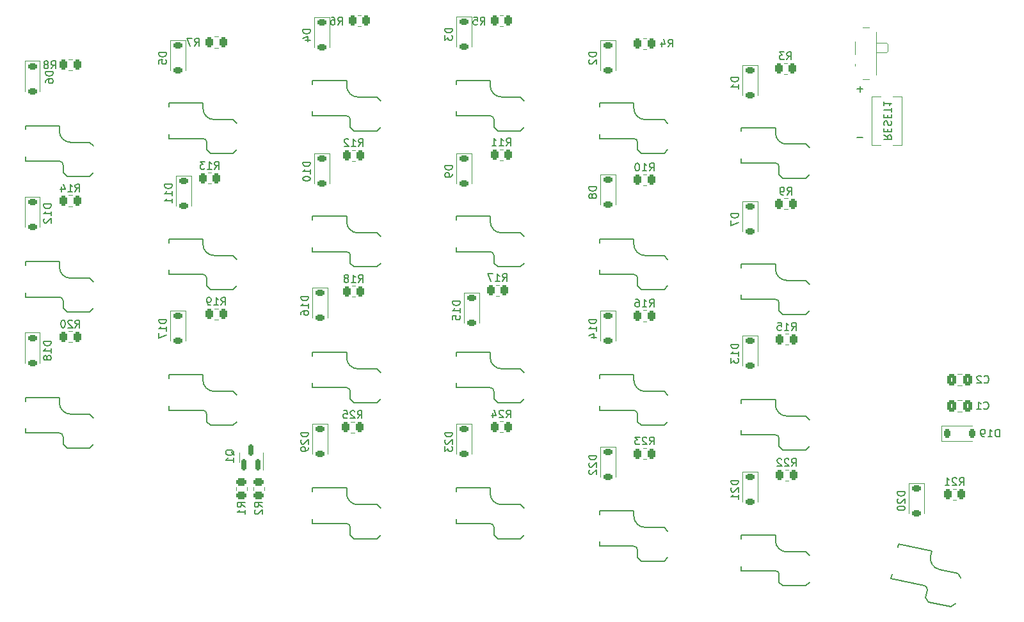
<source format=gbr>
%TF.GenerationSoftware,KiCad,Pcbnew,7.0.5-0*%
%TF.CreationDate,2023-10-18T13:26:08+10:30*%
%TF.ProjectId,Rolio,526f6c69-6f2e-46b6-9963-61645f706362,rev?*%
%TF.SameCoordinates,Original*%
%TF.FileFunction,Legend,Bot*%
%TF.FilePolarity,Positive*%
%FSLAX46Y46*%
G04 Gerber Fmt 4.6, Leading zero omitted, Abs format (unit mm)*
G04 Created by KiCad (PCBNEW 7.0.5-0) date 2023-10-18 13:26:08*
%MOMM*%
%LPD*%
G01*
G04 APERTURE LIST*
G04 Aperture macros list*
%AMRoundRect*
0 Rectangle with rounded corners*
0 $1 Rounding radius*
0 $2 $3 $4 $5 $6 $7 $8 $9 X,Y pos of 4 corners*
0 Add a 4 corners polygon primitive as box body*
4,1,4,$2,$3,$4,$5,$6,$7,$8,$9,$2,$3,0*
0 Add four circle primitives for the rounded corners*
1,1,$1+$1,$2,$3*
1,1,$1+$1,$4,$5*
1,1,$1+$1,$6,$7*
1,1,$1+$1,$8,$9*
0 Add four rect primitives between the rounded corners*
20,1,$1+$1,$2,$3,$4,$5,0*
20,1,$1+$1,$4,$5,$6,$7,0*
20,1,$1+$1,$6,$7,$8,$9,0*
20,1,$1+$1,$8,$9,$2,$3,0*%
%AMRotRect*
0 Rectangle, with rotation*
0 The origin of the aperture is its center*
0 $1 length*
0 $2 width*
0 $3 Rotation angle, in degrees counterclockwise*
0 Add horizontal line*
21,1,$1,$2,0,0,$3*%
G04 Aperture macros list end*
%ADD10C,0.150000*%
%ADD11C,0.120000*%
%ADD12C,1.701800*%
%ADD13C,3.000000*%
%ADD14C,3.429000*%
%ADD15C,0.990600*%
%ADD16R,2.600000X2.600000*%
%ADD17C,4.300000*%
%ADD18R,1.700000X1.700000*%
%ADD19O,1.700000X1.700000*%
%ADD20C,1.500000*%
%ADD21C,1.600000*%
%ADD22R,1.600000X1.600000*%
%ADD23O,1.600000X1.600000*%
%ADD24RotRect,2.600000X2.600000X348.000000*%
%ADD25R,1.350000X1.350000*%
%ADD26O,1.350000X1.350000*%
%ADD27RoundRect,0.250000X0.262500X0.450000X-0.262500X0.450000X-0.262500X-0.450000X0.262500X-0.450000X0*%
%ADD28RoundRect,0.225000X-0.375000X0.225000X-0.375000X-0.225000X0.375000X-0.225000X0.375000X0.225000X0*%
%ADD29RoundRect,0.250000X-0.337500X-0.475000X0.337500X-0.475000X0.337500X0.475000X-0.337500X0.475000X0*%
%ADD30RoundRect,0.250000X0.450000X-0.262500X0.450000X0.262500X-0.450000X0.262500X-0.450000X-0.262500X0*%
%ADD31R,0.800000X1.000000*%
%ADD32C,0.900000*%
%ADD33R,1.500000X0.700000*%
%ADD34R,1.000000X1.250000*%
%ADD35RoundRect,0.225000X-0.225000X-0.375000X0.225000X-0.375000X0.225000X0.375000X-0.225000X0.375000X0*%
%ADD36RoundRect,0.150000X0.150000X-0.587500X0.150000X0.587500X-0.150000X0.587500X-0.150000X-0.587500X0*%
G04 APERTURE END LIST*
D10*
X-26279180Y-10406866D02*
X-27041084Y-10406866D01*
X-26660132Y-10787819D02*
X-26660132Y-10025914D01*
X-26279180Y-16846866D02*
X-27041084Y-16846866D01*
%TO.C,R8*%
X-133677044Y-7692819D02*
X-133343711Y-7216628D01*
X-133105616Y-7692819D02*
X-133105616Y-6692819D01*
X-133105616Y-6692819D02*
X-133486568Y-6692819D01*
X-133486568Y-6692819D02*
X-133581806Y-6740438D01*
X-133581806Y-6740438D02*
X-133629425Y-6788057D01*
X-133629425Y-6788057D02*
X-133677044Y-6883295D01*
X-133677044Y-6883295D02*
X-133677044Y-7026152D01*
X-133677044Y-7026152D02*
X-133629425Y-7121390D01*
X-133629425Y-7121390D02*
X-133581806Y-7169009D01*
X-133581806Y-7169009D02*
X-133486568Y-7216628D01*
X-133486568Y-7216628D02*
X-133105616Y-7216628D01*
X-134248473Y-7121390D02*
X-134153235Y-7073771D01*
X-134153235Y-7073771D02*
X-134105616Y-7026152D01*
X-134105616Y-7026152D02*
X-134057997Y-6930914D01*
X-134057997Y-6930914D02*
X-134057997Y-6883295D01*
X-134057997Y-6883295D02*
X-134105616Y-6788057D01*
X-134105616Y-6788057D02*
X-134153235Y-6740438D01*
X-134153235Y-6740438D02*
X-134248473Y-6692819D01*
X-134248473Y-6692819D02*
X-134438949Y-6692819D01*
X-134438949Y-6692819D02*
X-134534187Y-6740438D01*
X-134534187Y-6740438D02*
X-134581806Y-6788057D01*
X-134581806Y-6788057D02*
X-134629425Y-6883295D01*
X-134629425Y-6883295D02*
X-134629425Y-6930914D01*
X-134629425Y-6930914D02*
X-134581806Y-7026152D01*
X-134581806Y-7026152D02*
X-134534187Y-7073771D01*
X-134534187Y-7073771D02*
X-134438949Y-7121390D01*
X-134438949Y-7121390D02*
X-134248473Y-7121390D01*
X-134248473Y-7121390D02*
X-134153235Y-7169009D01*
X-134153235Y-7169009D02*
X-134105616Y-7216628D01*
X-134105616Y-7216628D02*
X-134057997Y-7311866D01*
X-134057997Y-7311866D02*
X-134057997Y-7502342D01*
X-134057997Y-7502342D02*
X-134105616Y-7597580D01*
X-134105616Y-7597580D02*
X-134153235Y-7645200D01*
X-134153235Y-7645200D02*
X-134248473Y-7692819D01*
X-134248473Y-7692819D02*
X-134438949Y-7692819D01*
X-134438949Y-7692819D02*
X-134534187Y-7645200D01*
X-134534187Y-7645200D02*
X-134581806Y-7597580D01*
X-134581806Y-7597580D02*
X-134629425Y-7502342D01*
X-134629425Y-7502342D02*
X-134629425Y-7311866D01*
X-134629425Y-7311866D02*
X-134581806Y-7216628D01*
X-134581806Y-7216628D02*
X-134534187Y-7169009D01*
X-134534187Y-7169009D02*
X-134438949Y-7121390D01*
%TO.C,D17*%
X-118419581Y-40907714D02*
X-119419581Y-40907714D01*
X-119419581Y-40907714D02*
X-119419581Y-41145809D01*
X-119419581Y-41145809D02*
X-119371962Y-41288666D01*
X-119371962Y-41288666D02*
X-119276724Y-41383904D01*
X-119276724Y-41383904D02*
X-119181486Y-41431523D01*
X-119181486Y-41431523D02*
X-118991010Y-41479142D01*
X-118991010Y-41479142D02*
X-118848153Y-41479142D01*
X-118848153Y-41479142D02*
X-118657677Y-41431523D01*
X-118657677Y-41431523D02*
X-118562439Y-41383904D01*
X-118562439Y-41383904D02*
X-118467200Y-41288666D01*
X-118467200Y-41288666D02*
X-118419581Y-41145809D01*
X-118419581Y-41145809D02*
X-118419581Y-40907714D01*
X-118419581Y-42431523D02*
X-118419581Y-41860095D01*
X-118419581Y-42145809D02*
X-119419581Y-42145809D01*
X-119419581Y-42145809D02*
X-119276724Y-42050571D01*
X-119276724Y-42050571D02*
X-119181486Y-41955333D01*
X-119181486Y-41955333D02*
X-119133867Y-41860095D01*
X-119419581Y-42764857D02*
X-119419581Y-43431523D01*
X-119419581Y-43431523D02*
X-118419581Y-43002952D01*
%TO.C,C1*%
X-10281734Y-52732580D02*
X-10234115Y-52780200D01*
X-10234115Y-52780200D02*
X-10091258Y-52827819D01*
X-10091258Y-52827819D02*
X-9996020Y-52827819D01*
X-9996020Y-52827819D02*
X-9853163Y-52780200D01*
X-9853163Y-52780200D02*
X-9757925Y-52684961D01*
X-9757925Y-52684961D02*
X-9710306Y-52589723D01*
X-9710306Y-52589723D02*
X-9662687Y-52399247D01*
X-9662687Y-52399247D02*
X-9662687Y-52256390D01*
X-9662687Y-52256390D02*
X-9710306Y-52065914D01*
X-9710306Y-52065914D02*
X-9757925Y-51970676D01*
X-9757925Y-51970676D02*
X-9853163Y-51875438D01*
X-9853163Y-51875438D02*
X-9996020Y-51827819D01*
X-9996020Y-51827819D02*
X-10091258Y-51827819D01*
X-10091258Y-51827819D02*
X-10234115Y-51875438D01*
X-10234115Y-51875438D02*
X-10281734Y-51923057D01*
X-11234115Y-52827819D02*
X-10662687Y-52827819D01*
X-10948401Y-52827819D02*
X-10948401Y-51827819D01*
X-10948401Y-51827819D02*
X-10853163Y-51970676D01*
X-10853163Y-51970676D02*
X-10757925Y-52065914D01*
X-10757925Y-52065914D02*
X-10662687Y-52113533D01*
%TO.C,D10*%
X-99369581Y-20079714D02*
X-100369581Y-20079714D01*
X-100369581Y-20079714D02*
X-100369581Y-20317809D01*
X-100369581Y-20317809D02*
X-100321962Y-20460666D01*
X-100321962Y-20460666D02*
X-100226724Y-20555904D01*
X-100226724Y-20555904D02*
X-100131486Y-20603523D01*
X-100131486Y-20603523D02*
X-99941010Y-20651142D01*
X-99941010Y-20651142D02*
X-99798153Y-20651142D01*
X-99798153Y-20651142D02*
X-99607677Y-20603523D01*
X-99607677Y-20603523D02*
X-99512439Y-20555904D01*
X-99512439Y-20555904D02*
X-99417200Y-20460666D01*
X-99417200Y-20460666D02*
X-99369581Y-20317809D01*
X-99369581Y-20317809D02*
X-99369581Y-20079714D01*
X-99369581Y-21603523D02*
X-99369581Y-21032095D01*
X-99369581Y-21317809D02*
X-100369581Y-21317809D01*
X-100369581Y-21317809D02*
X-100226724Y-21222571D01*
X-100226724Y-21222571D02*
X-100131486Y-21127333D01*
X-100131486Y-21127333D02*
X-100083867Y-21032095D01*
X-100369581Y-22222571D02*
X-100369581Y-22317809D01*
X-100369581Y-22317809D02*
X-100321962Y-22413047D01*
X-100321962Y-22413047D02*
X-100274343Y-22460666D01*
X-100274343Y-22460666D02*
X-100179105Y-22508285D01*
X-100179105Y-22508285D02*
X-99988629Y-22555904D01*
X-99988629Y-22555904D02*
X-99750534Y-22555904D01*
X-99750534Y-22555904D02*
X-99560058Y-22508285D01*
X-99560058Y-22508285D02*
X-99464820Y-22460666D01*
X-99464820Y-22460666D02*
X-99417200Y-22413047D01*
X-99417200Y-22413047D02*
X-99369581Y-22317809D01*
X-99369581Y-22317809D02*
X-99369581Y-22222571D01*
X-99369581Y-22222571D02*
X-99417200Y-22127333D01*
X-99417200Y-22127333D02*
X-99464820Y-22079714D01*
X-99464820Y-22079714D02*
X-99560058Y-22032095D01*
X-99560058Y-22032095D02*
X-99750534Y-21984476D01*
X-99750534Y-21984476D02*
X-99988629Y-21984476D01*
X-99988629Y-21984476D02*
X-100179105Y-22032095D01*
X-100179105Y-22032095D02*
X-100274343Y-22079714D01*
X-100274343Y-22079714D02*
X-100321962Y-22127333D01*
X-100321962Y-22127333D02*
X-100369581Y-22222571D01*
%TO.C,D13*%
X-42727581Y-44209714D02*
X-43727581Y-44209714D01*
X-43727581Y-44209714D02*
X-43727581Y-44447809D01*
X-43727581Y-44447809D02*
X-43679962Y-44590666D01*
X-43679962Y-44590666D02*
X-43584724Y-44685904D01*
X-43584724Y-44685904D02*
X-43489486Y-44733523D01*
X-43489486Y-44733523D02*
X-43299010Y-44781142D01*
X-43299010Y-44781142D02*
X-43156153Y-44781142D01*
X-43156153Y-44781142D02*
X-42965677Y-44733523D01*
X-42965677Y-44733523D02*
X-42870439Y-44685904D01*
X-42870439Y-44685904D02*
X-42775200Y-44590666D01*
X-42775200Y-44590666D02*
X-42727581Y-44447809D01*
X-42727581Y-44447809D02*
X-42727581Y-44209714D01*
X-42727581Y-45733523D02*
X-42727581Y-45162095D01*
X-42727581Y-45447809D02*
X-43727581Y-45447809D01*
X-43727581Y-45447809D02*
X-43584724Y-45352571D01*
X-43584724Y-45352571D02*
X-43489486Y-45257333D01*
X-43489486Y-45257333D02*
X-43441867Y-45162095D01*
X-43727581Y-46066857D02*
X-43727581Y-46685904D01*
X-43727581Y-46685904D02*
X-43346629Y-46352571D01*
X-43346629Y-46352571D02*
X-43346629Y-46495428D01*
X-43346629Y-46495428D02*
X-43299010Y-46590666D01*
X-43299010Y-46590666D02*
X-43251391Y-46638285D01*
X-43251391Y-46638285D02*
X-43156153Y-46685904D01*
X-43156153Y-46685904D02*
X-42918058Y-46685904D01*
X-42918058Y-46685904D02*
X-42822820Y-46638285D01*
X-42822820Y-46638285D02*
X-42775200Y-46590666D01*
X-42775200Y-46590666D02*
X-42727581Y-46495428D01*
X-42727581Y-46495428D02*
X-42727581Y-46209714D01*
X-42727581Y-46209714D02*
X-42775200Y-46114476D01*
X-42775200Y-46114476D02*
X-42822820Y-46066857D01*
%TO.C,R12*%
X-93014043Y-18008819D02*
X-92680710Y-17532628D01*
X-92442615Y-18008819D02*
X-92442615Y-17008819D01*
X-92442615Y-17008819D02*
X-92823567Y-17008819D01*
X-92823567Y-17008819D02*
X-92918805Y-17056438D01*
X-92918805Y-17056438D02*
X-92966424Y-17104057D01*
X-92966424Y-17104057D02*
X-93014043Y-17199295D01*
X-93014043Y-17199295D02*
X-93014043Y-17342152D01*
X-93014043Y-17342152D02*
X-92966424Y-17437390D01*
X-92966424Y-17437390D02*
X-92918805Y-17485009D01*
X-92918805Y-17485009D02*
X-92823567Y-17532628D01*
X-92823567Y-17532628D02*
X-92442615Y-17532628D01*
X-93966424Y-18008819D02*
X-93394996Y-18008819D01*
X-93680710Y-18008819D02*
X-93680710Y-17008819D01*
X-93680710Y-17008819D02*
X-93585472Y-17151676D01*
X-93585472Y-17151676D02*
X-93490234Y-17246914D01*
X-93490234Y-17246914D02*
X-93394996Y-17294533D01*
X-94347377Y-17104057D02*
X-94394996Y-17056438D01*
X-94394996Y-17056438D02*
X-94490234Y-17008819D01*
X-94490234Y-17008819D02*
X-94728329Y-17008819D01*
X-94728329Y-17008819D02*
X-94823567Y-17056438D01*
X-94823567Y-17056438D02*
X-94871186Y-17104057D01*
X-94871186Y-17104057D02*
X-94918805Y-17199295D01*
X-94918805Y-17199295D02*
X-94918805Y-17294533D01*
X-94918805Y-17294533D02*
X-94871186Y-17437390D01*
X-94871186Y-17437390D02*
X-94299758Y-18008819D01*
X-94299758Y-18008819D02*
X-94918805Y-18008819D01*
%TO.C,D1*%
X-42727581Y-8871905D02*
X-43727581Y-8871905D01*
X-43727581Y-8871905D02*
X-43727581Y-9110000D01*
X-43727581Y-9110000D02*
X-43679962Y-9252857D01*
X-43679962Y-9252857D02*
X-43584724Y-9348095D01*
X-43584724Y-9348095D02*
X-43489486Y-9395714D01*
X-43489486Y-9395714D02*
X-43299010Y-9443333D01*
X-43299010Y-9443333D02*
X-43156153Y-9443333D01*
X-43156153Y-9443333D02*
X-42965677Y-9395714D01*
X-42965677Y-9395714D02*
X-42870439Y-9348095D01*
X-42870439Y-9348095D02*
X-42775200Y-9252857D01*
X-42775200Y-9252857D02*
X-42727581Y-9110000D01*
X-42727581Y-9110000D02*
X-42727581Y-8871905D01*
X-42727581Y-10395714D02*
X-42727581Y-9824286D01*
X-42727581Y-10110000D02*
X-43727581Y-10110000D01*
X-43727581Y-10110000D02*
X-43584724Y-10014762D01*
X-43584724Y-10014762D02*
X-43489486Y-9919524D01*
X-43489486Y-9919524D02*
X-43441867Y-9824286D01*
%TO.C,R10*%
X-54509543Y-21242819D02*
X-54176210Y-20766628D01*
X-53938115Y-21242819D02*
X-53938115Y-20242819D01*
X-53938115Y-20242819D02*
X-54319067Y-20242819D01*
X-54319067Y-20242819D02*
X-54414305Y-20290438D01*
X-54414305Y-20290438D02*
X-54461924Y-20338057D01*
X-54461924Y-20338057D02*
X-54509543Y-20433295D01*
X-54509543Y-20433295D02*
X-54509543Y-20576152D01*
X-54509543Y-20576152D02*
X-54461924Y-20671390D01*
X-54461924Y-20671390D02*
X-54414305Y-20719009D01*
X-54414305Y-20719009D02*
X-54319067Y-20766628D01*
X-54319067Y-20766628D02*
X-53938115Y-20766628D01*
X-55461924Y-21242819D02*
X-54890496Y-21242819D01*
X-55176210Y-21242819D02*
X-55176210Y-20242819D01*
X-55176210Y-20242819D02*
X-55080972Y-20385676D01*
X-55080972Y-20385676D02*
X-54985734Y-20480914D01*
X-54985734Y-20480914D02*
X-54890496Y-20528533D01*
X-56080972Y-20242819D02*
X-56176210Y-20242819D01*
X-56176210Y-20242819D02*
X-56271448Y-20290438D01*
X-56271448Y-20290438D02*
X-56319067Y-20338057D01*
X-56319067Y-20338057D02*
X-56366686Y-20433295D01*
X-56366686Y-20433295D02*
X-56414305Y-20623771D01*
X-56414305Y-20623771D02*
X-56414305Y-20861866D01*
X-56414305Y-20861866D02*
X-56366686Y-21052342D01*
X-56366686Y-21052342D02*
X-56319067Y-21147580D01*
X-56319067Y-21147580D02*
X-56271448Y-21195200D01*
X-56271448Y-21195200D02*
X-56176210Y-21242819D01*
X-56176210Y-21242819D02*
X-56080972Y-21242819D01*
X-56080972Y-21242819D02*
X-55985734Y-21195200D01*
X-55985734Y-21195200D02*
X-55938115Y-21147580D01*
X-55938115Y-21147580D02*
X-55890496Y-21052342D01*
X-55890496Y-21052342D02*
X-55842877Y-20861866D01*
X-55842877Y-20861866D02*
X-55842877Y-20623771D01*
X-55842877Y-20623771D02*
X-55890496Y-20433295D01*
X-55890496Y-20433295D02*
X-55938115Y-20338057D01*
X-55938115Y-20338057D02*
X-55985734Y-20290438D01*
X-55985734Y-20290438D02*
X-56080972Y-20242819D01*
%TO.C,D12*%
X-133657181Y-25661714D02*
X-134657181Y-25661714D01*
X-134657181Y-25661714D02*
X-134657181Y-25899809D01*
X-134657181Y-25899809D02*
X-134609562Y-26042666D01*
X-134609562Y-26042666D02*
X-134514324Y-26137904D01*
X-134514324Y-26137904D02*
X-134419086Y-26185523D01*
X-134419086Y-26185523D02*
X-134228610Y-26233142D01*
X-134228610Y-26233142D02*
X-134085753Y-26233142D01*
X-134085753Y-26233142D02*
X-133895277Y-26185523D01*
X-133895277Y-26185523D02*
X-133800039Y-26137904D01*
X-133800039Y-26137904D02*
X-133704800Y-26042666D01*
X-133704800Y-26042666D02*
X-133657181Y-25899809D01*
X-133657181Y-25899809D02*
X-133657181Y-25661714D01*
X-133657181Y-27185523D02*
X-133657181Y-26614095D01*
X-133657181Y-26899809D02*
X-134657181Y-26899809D01*
X-134657181Y-26899809D02*
X-134514324Y-26804571D01*
X-134514324Y-26804571D02*
X-134419086Y-26709333D01*
X-134419086Y-26709333D02*
X-134371467Y-26614095D01*
X-134561943Y-27566476D02*
X-134609562Y-27614095D01*
X-134609562Y-27614095D02*
X-134657181Y-27709333D01*
X-134657181Y-27709333D02*
X-134657181Y-27947428D01*
X-134657181Y-27947428D02*
X-134609562Y-28042666D01*
X-134609562Y-28042666D02*
X-134561943Y-28090285D01*
X-134561943Y-28090285D02*
X-134466705Y-28137904D01*
X-134466705Y-28137904D02*
X-134371467Y-28137904D01*
X-134371467Y-28137904D02*
X-134228610Y-28090285D01*
X-134228610Y-28090285D02*
X-133657181Y-27518857D01*
X-133657181Y-27518857D02*
X-133657181Y-28137904D01*
%TO.C,C2*%
X-10238734Y-49261580D02*
X-10191115Y-49309200D01*
X-10191115Y-49309200D02*
X-10048258Y-49356819D01*
X-10048258Y-49356819D02*
X-9953020Y-49356819D01*
X-9953020Y-49356819D02*
X-9810163Y-49309200D01*
X-9810163Y-49309200D02*
X-9714925Y-49213961D01*
X-9714925Y-49213961D02*
X-9667306Y-49118723D01*
X-9667306Y-49118723D02*
X-9619687Y-48928247D01*
X-9619687Y-48928247D02*
X-9619687Y-48785390D01*
X-9619687Y-48785390D02*
X-9667306Y-48594914D01*
X-9667306Y-48594914D02*
X-9714925Y-48499676D01*
X-9714925Y-48499676D02*
X-9810163Y-48404438D01*
X-9810163Y-48404438D02*
X-9953020Y-48356819D01*
X-9953020Y-48356819D02*
X-10048258Y-48356819D01*
X-10048258Y-48356819D02*
X-10191115Y-48404438D01*
X-10191115Y-48404438D02*
X-10238734Y-48452057D01*
X-10619687Y-48452057D02*
X-10667306Y-48404438D01*
X-10667306Y-48404438D02*
X-10762544Y-48356819D01*
X-10762544Y-48356819D02*
X-11000639Y-48356819D01*
X-11000639Y-48356819D02*
X-11095877Y-48404438D01*
X-11095877Y-48404438D02*
X-11143496Y-48452057D01*
X-11143496Y-48452057D02*
X-11191115Y-48547295D01*
X-11191115Y-48547295D02*
X-11191115Y-48642533D01*
X-11191115Y-48642533D02*
X-11143496Y-48785390D01*
X-11143496Y-48785390D02*
X-10572068Y-49356819D01*
X-10572068Y-49356819D02*
X-11191115Y-49356819D01*
%TO.C,D14*%
X-61523581Y-40907714D02*
X-62523581Y-40907714D01*
X-62523581Y-40907714D02*
X-62523581Y-41145809D01*
X-62523581Y-41145809D02*
X-62475962Y-41288666D01*
X-62475962Y-41288666D02*
X-62380724Y-41383904D01*
X-62380724Y-41383904D02*
X-62285486Y-41431523D01*
X-62285486Y-41431523D02*
X-62095010Y-41479142D01*
X-62095010Y-41479142D02*
X-61952153Y-41479142D01*
X-61952153Y-41479142D02*
X-61761677Y-41431523D01*
X-61761677Y-41431523D02*
X-61666439Y-41383904D01*
X-61666439Y-41383904D02*
X-61571200Y-41288666D01*
X-61571200Y-41288666D02*
X-61523581Y-41145809D01*
X-61523581Y-41145809D02*
X-61523581Y-40907714D01*
X-61523581Y-42431523D02*
X-61523581Y-41860095D01*
X-61523581Y-42145809D02*
X-62523581Y-42145809D01*
X-62523581Y-42145809D02*
X-62380724Y-42050571D01*
X-62380724Y-42050571D02*
X-62285486Y-41955333D01*
X-62285486Y-41955333D02*
X-62237867Y-41860095D01*
X-62190248Y-43288666D02*
X-61523581Y-43288666D01*
X-62571200Y-43050571D02*
X-61856915Y-42812476D01*
X-61856915Y-42812476D02*
X-61856915Y-43431523D01*
%TO.C,R2*%
X-105751581Y-65767333D02*
X-106227772Y-65434000D01*
X-105751581Y-65195905D02*
X-106751581Y-65195905D01*
X-106751581Y-65195905D02*
X-106751581Y-65576857D01*
X-106751581Y-65576857D02*
X-106703962Y-65672095D01*
X-106703962Y-65672095D02*
X-106656343Y-65719714D01*
X-106656343Y-65719714D02*
X-106561105Y-65767333D01*
X-106561105Y-65767333D02*
X-106418248Y-65767333D01*
X-106418248Y-65767333D02*
X-106323010Y-65719714D01*
X-106323010Y-65719714D02*
X-106275391Y-65672095D01*
X-106275391Y-65672095D02*
X-106227772Y-65576857D01*
X-106227772Y-65576857D02*
X-106227772Y-65195905D01*
X-106656343Y-66148286D02*
X-106703962Y-66195905D01*
X-106703962Y-66195905D02*
X-106751581Y-66291143D01*
X-106751581Y-66291143D02*
X-106751581Y-66529238D01*
X-106751581Y-66529238D02*
X-106703962Y-66624476D01*
X-106703962Y-66624476D02*
X-106656343Y-66672095D01*
X-106656343Y-66672095D02*
X-106561105Y-66719714D01*
X-106561105Y-66719714D02*
X-106465867Y-66719714D01*
X-106465867Y-66719714D02*
X-106323010Y-66672095D01*
X-106323010Y-66672095D02*
X-105751581Y-66100667D01*
X-105751581Y-66100667D02*
X-105751581Y-66719714D01*
%TO.C,R21*%
X-13512043Y-62898819D02*
X-13178710Y-62422628D01*
X-12940615Y-62898819D02*
X-12940615Y-61898819D01*
X-12940615Y-61898819D02*
X-13321567Y-61898819D01*
X-13321567Y-61898819D02*
X-13416805Y-61946438D01*
X-13416805Y-61946438D02*
X-13464424Y-61994057D01*
X-13464424Y-61994057D02*
X-13512043Y-62089295D01*
X-13512043Y-62089295D02*
X-13512043Y-62232152D01*
X-13512043Y-62232152D02*
X-13464424Y-62327390D01*
X-13464424Y-62327390D02*
X-13416805Y-62375009D01*
X-13416805Y-62375009D02*
X-13321567Y-62422628D01*
X-13321567Y-62422628D02*
X-12940615Y-62422628D01*
X-13892996Y-61994057D02*
X-13940615Y-61946438D01*
X-13940615Y-61946438D02*
X-14035853Y-61898819D01*
X-14035853Y-61898819D02*
X-14273948Y-61898819D01*
X-14273948Y-61898819D02*
X-14369186Y-61946438D01*
X-14369186Y-61946438D02*
X-14416805Y-61994057D01*
X-14416805Y-61994057D02*
X-14464424Y-62089295D01*
X-14464424Y-62089295D02*
X-14464424Y-62184533D01*
X-14464424Y-62184533D02*
X-14416805Y-62327390D01*
X-14416805Y-62327390D02*
X-13845377Y-62898819D01*
X-13845377Y-62898819D02*
X-14464424Y-62898819D01*
X-15416805Y-62898819D02*
X-14845377Y-62898819D01*
X-15131091Y-62898819D02*
X-15131091Y-61898819D01*
X-15131091Y-61898819D02*
X-15035853Y-62041676D01*
X-15035853Y-62041676D02*
X-14940615Y-62136914D01*
X-14940615Y-62136914D02*
X-14845377Y-62184533D01*
%TO.C,D15*%
X-79557581Y-38495714D02*
X-80557581Y-38495714D01*
X-80557581Y-38495714D02*
X-80557581Y-38733809D01*
X-80557581Y-38733809D02*
X-80509962Y-38876666D01*
X-80509962Y-38876666D02*
X-80414724Y-38971904D01*
X-80414724Y-38971904D02*
X-80319486Y-39019523D01*
X-80319486Y-39019523D02*
X-80129010Y-39067142D01*
X-80129010Y-39067142D02*
X-79986153Y-39067142D01*
X-79986153Y-39067142D02*
X-79795677Y-39019523D01*
X-79795677Y-39019523D02*
X-79700439Y-38971904D01*
X-79700439Y-38971904D02*
X-79605200Y-38876666D01*
X-79605200Y-38876666D02*
X-79557581Y-38733809D01*
X-79557581Y-38733809D02*
X-79557581Y-38495714D01*
X-79557581Y-40019523D02*
X-79557581Y-39448095D01*
X-79557581Y-39733809D02*
X-80557581Y-39733809D01*
X-80557581Y-39733809D02*
X-80414724Y-39638571D01*
X-80414724Y-39638571D02*
X-80319486Y-39543333D01*
X-80319486Y-39543333D02*
X-80271867Y-39448095D01*
X-80557581Y-40924285D02*
X-80557581Y-40448095D01*
X-80557581Y-40448095D02*
X-80081391Y-40400476D01*
X-80081391Y-40400476D02*
X-80129010Y-40448095D01*
X-80129010Y-40448095D02*
X-80176629Y-40543333D01*
X-80176629Y-40543333D02*
X-80176629Y-40781428D01*
X-80176629Y-40781428D02*
X-80129010Y-40876666D01*
X-80129010Y-40876666D02*
X-80081391Y-40924285D01*
X-80081391Y-40924285D02*
X-79986153Y-40971904D01*
X-79986153Y-40971904D02*
X-79748058Y-40971904D01*
X-79748058Y-40971904D02*
X-79652820Y-40924285D01*
X-79652820Y-40924285D02*
X-79605200Y-40876666D01*
X-79605200Y-40876666D02*
X-79557581Y-40781428D01*
X-79557581Y-40781428D02*
X-79557581Y-40543333D01*
X-79557581Y-40543333D02*
X-79605200Y-40448095D01*
X-79605200Y-40448095D02*
X-79652820Y-40400476D01*
%TO.C,R18*%
X-93014043Y-36008819D02*
X-92680710Y-35532628D01*
X-92442615Y-36008819D02*
X-92442615Y-35008819D01*
X-92442615Y-35008819D02*
X-92823567Y-35008819D01*
X-92823567Y-35008819D02*
X-92918805Y-35056438D01*
X-92918805Y-35056438D02*
X-92966424Y-35104057D01*
X-92966424Y-35104057D02*
X-93014043Y-35199295D01*
X-93014043Y-35199295D02*
X-93014043Y-35342152D01*
X-93014043Y-35342152D02*
X-92966424Y-35437390D01*
X-92966424Y-35437390D02*
X-92918805Y-35485009D01*
X-92918805Y-35485009D02*
X-92823567Y-35532628D01*
X-92823567Y-35532628D02*
X-92442615Y-35532628D01*
X-93966424Y-36008819D02*
X-93394996Y-36008819D01*
X-93680710Y-36008819D02*
X-93680710Y-35008819D01*
X-93680710Y-35008819D02*
X-93585472Y-35151676D01*
X-93585472Y-35151676D02*
X-93490234Y-35246914D01*
X-93490234Y-35246914D02*
X-93394996Y-35294533D01*
X-94537853Y-35437390D02*
X-94442615Y-35389771D01*
X-94442615Y-35389771D02*
X-94394996Y-35342152D01*
X-94394996Y-35342152D02*
X-94347377Y-35246914D01*
X-94347377Y-35246914D02*
X-94347377Y-35199295D01*
X-94347377Y-35199295D02*
X-94394996Y-35104057D01*
X-94394996Y-35104057D02*
X-94442615Y-35056438D01*
X-94442615Y-35056438D02*
X-94537853Y-35008819D01*
X-94537853Y-35008819D02*
X-94728329Y-35008819D01*
X-94728329Y-35008819D02*
X-94823567Y-35056438D01*
X-94823567Y-35056438D02*
X-94871186Y-35104057D01*
X-94871186Y-35104057D02*
X-94918805Y-35199295D01*
X-94918805Y-35199295D02*
X-94918805Y-35246914D01*
X-94918805Y-35246914D02*
X-94871186Y-35342152D01*
X-94871186Y-35342152D02*
X-94823567Y-35389771D01*
X-94823567Y-35389771D02*
X-94728329Y-35437390D01*
X-94728329Y-35437390D02*
X-94537853Y-35437390D01*
X-94537853Y-35437390D02*
X-94442615Y-35485009D01*
X-94442615Y-35485009D02*
X-94394996Y-35532628D01*
X-94394996Y-35532628D02*
X-94347377Y-35627866D01*
X-94347377Y-35627866D02*
X-94347377Y-35818342D01*
X-94347377Y-35818342D02*
X-94394996Y-35913580D01*
X-94394996Y-35913580D02*
X-94442615Y-35961200D01*
X-94442615Y-35961200D02*
X-94537853Y-36008819D01*
X-94537853Y-36008819D02*
X-94728329Y-36008819D01*
X-94728329Y-36008819D02*
X-94823567Y-35961200D01*
X-94823567Y-35961200D02*
X-94871186Y-35913580D01*
X-94871186Y-35913580D02*
X-94918805Y-35818342D01*
X-94918805Y-35818342D02*
X-94918805Y-35627866D01*
X-94918805Y-35627866D02*
X-94871186Y-35532628D01*
X-94871186Y-35532628D02*
X-94823567Y-35485009D01*
X-94823567Y-35485009D02*
X-94728329Y-35437390D01*
%TO.C,R19*%
X-111180853Y-39008819D02*
X-110847520Y-38532628D01*
X-110609425Y-39008819D02*
X-110609425Y-38008819D01*
X-110609425Y-38008819D02*
X-110990377Y-38008819D01*
X-110990377Y-38008819D02*
X-111085615Y-38056438D01*
X-111085615Y-38056438D02*
X-111133234Y-38104057D01*
X-111133234Y-38104057D02*
X-111180853Y-38199295D01*
X-111180853Y-38199295D02*
X-111180853Y-38342152D01*
X-111180853Y-38342152D02*
X-111133234Y-38437390D01*
X-111133234Y-38437390D02*
X-111085615Y-38485009D01*
X-111085615Y-38485009D02*
X-110990377Y-38532628D01*
X-110990377Y-38532628D02*
X-110609425Y-38532628D01*
X-112133234Y-39008819D02*
X-111561806Y-39008819D01*
X-111847520Y-39008819D02*
X-111847520Y-38008819D01*
X-111847520Y-38008819D02*
X-111752282Y-38151676D01*
X-111752282Y-38151676D02*
X-111657044Y-38246914D01*
X-111657044Y-38246914D02*
X-111561806Y-38294533D01*
X-112609425Y-39008819D02*
X-112799901Y-39008819D01*
X-112799901Y-39008819D02*
X-112895139Y-38961200D01*
X-112895139Y-38961200D02*
X-112942758Y-38913580D01*
X-112942758Y-38913580D02*
X-113037996Y-38770723D01*
X-113037996Y-38770723D02*
X-113085615Y-38580247D01*
X-113085615Y-38580247D02*
X-113085615Y-38199295D01*
X-113085615Y-38199295D02*
X-113037996Y-38104057D01*
X-113037996Y-38104057D02*
X-112990377Y-38056438D01*
X-112990377Y-38056438D02*
X-112895139Y-38008819D01*
X-112895139Y-38008819D02*
X-112704663Y-38008819D01*
X-112704663Y-38008819D02*
X-112609425Y-38056438D01*
X-112609425Y-38056438D02*
X-112561806Y-38104057D01*
X-112561806Y-38104057D02*
X-112514187Y-38199295D01*
X-112514187Y-38199295D02*
X-112514187Y-38437390D01*
X-112514187Y-38437390D02*
X-112561806Y-38532628D01*
X-112561806Y-38532628D02*
X-112609425Y-38580247D01*
X-112609425Y-38580247D02*
X-112704663Y-38627866D01*
X-112704663Y-38627866D02*
X-112895139Y-38627866D01*
X-112895139Y-38627866D02*
X-112990377Y-38580247D01*
X-112990377Y-38580247D02*
X-113037996Y-38532628D01*
X-113037996Y-38532628D02*
X-113085615Y-38437390D01*
%TO.C,R14*%
X-130484853Y-24008819D02*
X-130151520Y-23532628D01*
X-129913425Y-24008819D02*
X-129913425Y-23008819D01*
X-129913425Y-23008819D02*
X-130294377Y-23008819D01*
X-130294377Y-23008819D02*
X-130389615Y-23056438D01*
X-130389615Y-23056438D02*
X-130437234Y-23104057D01*
X-130437234Y-23104057D02*
X-130484853Y-23199295D01*
X-130484853Y-23199295D02*
X-130484853Y-23342152D01*
X-130484853Y-23342152D02*
X-130437234Y-23437390D01*
X-130437234Y-23437390D02*
X-130389615Y-23485009D01*
X-130389615Y-23485009D02*
X-130294377Y-23532628D01*
X-130294377Y-23532628D02*
X-129913425Y-23532628D01*
X-131437234Y-24008819D02*
X-130865806Y-24008819D01*
X-131151520Y-24008819D02*
X-131151520Y-23008819D01*
X-131151520Y-23008819D02*
X-131056282Y-23151676D01*
X-131056282Y-23151676D02*
X-130961044Y-23246914D01*
X-130961044Y-23246914D02*
X-130865806Y-23294533D01*
X-132294377Y-23342152D02*
X-132294377Y-24008819D01*
X-132056282Y-22961200D02*
X-131818187Y-23675485D01*
X-131818187Y-23675485D02*
X-132437234Y-23675485D01*
%TO.C,D3*%
X-80573581Y-2395905D02*
X-81573581Y-2395905D01*
X-81573581Y-2395905D02*
X-81573581Y-2634000D01*
X-81573581Y-2634000D02*
X-81525962Y-2776857D01*
X-81525962Y-2776857D02*
X-81430724Y-2872095D01*
X-81430724Y-2872095D02*
X-81335486Y-2919714D01*
X-81335486Y-2919714D02*
X-81145010Y-2967333D01*
X-81145010Y-2967333D02*
X-81002153Y-2967333D01*
X-81002153Y-2967333D02*
X-80811677Y-2919714D01*
X-80811677Y-2919714D02*
X-80716439Y-2872095D01*
X-80716439Y-2872095D02*
X-80621200Y-2776857D01*
X-80621200Y-2776857D02*
X-80573581Y-2634000D01*
X-80573581Y-2634000D02*
X-80573581Y-2395905D01*
X-81573581Y-3300667D02*
X-81573581Y-3919714D01*
X-81573581Y-3919714D02*
X-81192629Y-3586381D01*
X-81192629Y-3586381D02*
X-81192629Y-3729238D01*
X-81192629Y-3729238D02*
X-81145010Y-3824476D01*
X-81145010Y-3824476D02*
X-81097391Y-3872095D01*
X-81097391Y-3872095D02*
X-81002153Y-3919714D01*
X-81002153Y-3919714D02*
X-80764058Y-3919714D01*
X-80764058Y-3919714D02*
X-80668820Y-3872095D01*
X-80668820Y-3872095D02*
X-80621200Y-3824476D01*
X-80621200Y-3824476D02*
X-80573581Y-3729238D01*
X-80573581Y-3729238D02*
X-80573581Y-3443524D01*
X-80573581Y-3443524D02*
X-80621200Y-3348286D01*
X-80621200Y-3348286D02*
X-80668820Y-3300667D01*
%TO.C,R24*%
X-73456043Y-53940819D02*
X-73122710Y-53464628D01*
X-72884615Y-53940819D02*
X-72884615Y-52940819D01*
X-72884615Y-52940819D02*
X-73265567Y-52940819D01*
X-73265567Y-52940819D02*
X-73360805Y-52988438D01*
X-73360805Y-52988438D02*
X-73408424Y-53036057D01*
X-73408424Y-53036057D02*
X-73456043Y-53131295D01*
X-73456043Y-53131295D02*
X-73456043Y-53274152D01*
X-73456043Y-53274152D02*
X-73408424Y-53369390D01*
X-73408424Y-53369390D02*
X-73360805Y-53417009D01*
X-73360805Y-53417009D02*
X-73265567Y-53464628D01*
X-73265567Y-53464628D02*
X-72884615Y-53464628D01*
X-73836996Y-53036057D02*
X-73884615Y-52988438D01*
X-73884615Y-52988438D02*
X-73979853Y-52940819D01*
X-73979853Y-52940819D02*
X-74217948Y-52940819D01*
X-74217948Y-52940819D02*
X-74313186Y-52988438D01*
X-74313186Y-52988438D02*
X-74360805Y-53036057D01*
X-74360805Y-53036057D02*
X-74408424Y-53131295D01*
X-74408424Y-53131295D02*
X-74408424Y-53226533D01*
X-74408424Y-53226533D02*
X-74360805Y-53369390D01*
X-74360805Y-53369390D02*
X-73789377Y-53940819D01*
X-73789377Y-53940819D02*
X-74408424Y-53940819D01*
X-75265567Y-53274152D02*
X-75265567Y-53940819D01*
X-75027472Y-52893200D02*
X-74789377Y-53607485D01*
X-74789377Y-53607485D02*
X-75408424Y-53607485D01*
%TO.C,R1*%
X-108037581Y-65767333D02*
X-108513772Y-65434000D01*
X-108037581Y-65195905D02*
X-109037581Y-65195905D01*
X-109037581Y-65195905D02*
X-109037581Y-65576857D01*
X-109037581Y-65576857D02*
X-108989962Y-65672095D01*
X-108989962Y-65672095D02*
X-108942343Y-65719714D01*
X-108942343Y-65719714D02*
X-108847105Y-65767333D01*
X-108847105Y-65767333D02*
X-108704248Y-65767333D01*
X-108704248Y-65767333D02*
X-108609010Y-65719714D01*
X-108609010Y-65719714D02*
X-108561391Y-65672095D01*
X-108561391Y-65672095D02*
X-108513772Y-65576857D01*
X-108513772Y-65576857D02*
X-108513772Y-65195905D01*
X-108037581Y-66719714D02*
X-108037581Y-66148286D01*
X-108037581Y-66434000D02*
X-109037581Y-66434000D01*
X-109037581Y-66434000D02*
X-108894724Y-66338762D01*
X-108894724Y-66338762D02*
X-108799486Y-66243524D01*
X-108799486Y-66243524D02*
X-108751867Y-66148286D01*
%TO.C,D22*%
X-61523581Y-58945714D02*
X-62523581Y-58945714D01*
X-62523581Y-58945714D02*
X-62523581Y-59183809D01*
X-62523581Y-59183809D02*
X-62475962Y-59326666D01*
X-62475962Y-59326666D02*
X-62380724Y-59421904D01*
X-62380724Y-59421904D02*
X-62285486Y-59469523D01*
X-62285486Y-59469523D02*
X-62095010Y-59517142D01*
X-62095010Y-59517142D02*
X-61952153Y-59517142D01*
X-61952153Y-59517142D02*
X-61761677Y-59469523D01*
X-61761677Y-59469523D02*
X-61666439Y-59421904D01*
X-61666439Y-59421904D02*
X-61571200Y-59326666D01*
X-61571200Y-59326666D02*
X-61523581Y-59183809D01*
X-61523581Y-59183809D02*
X-61523581Y-58945714D01*
X-62428343Y-59898095D02*
X-62475962Y-59945714D01*
X-62475962Y-59945714D02*
X-62523581Y-60040952D01*
X-62523581Y-60040952D02*
X-62523581Y-60279047D01*
X-62523581Y-60279047D02*
X-62475962Y-60374285D01*
X-62475962Y-60374285D02*
X-62428343Y-60421904D01*
X-62428343Y-60421904D02*
X-62333105Y-60469523D01*
X-62333105Y-60469523D02*
X-62237867Y-60469523D01*
X-62237867Y-60469523D02*
X-62095010Y-60421904D01*
X-62095010Y-60421904D02*
X-61523581Y-59850476D01*
X-61523581Y-59850476D02*
X-61523581Y-60469523D01*
X-62428343Y-60850476D02*
X-62475962Y-60898095D01*
X-62475962Y-60898095D02*
X-62523581Y-60993333D01*
X-62523581Y-60993333D02*
X-62523581Y-61231428D01*
X-62523581Y-61231428D02*
X-62475962Y-61326666D01*
X-62475962Y-61326666D02*
X-62428343Y-61374285D01*
X-62428343Y-61374285D02*
X-62333105Y-61421904D01*
X-62333105Y-61421904D02*
X-62237867Y-61421904D01*
X-62237867Y-61421904D02*
X-62095010Y-61374285D01*
X-62095010Y-61374285D02*
X-61523581Y-60802857D01*
X-61523581Y-60802857D02*
X-61523581Y-61421904D01*
%TO.C,D23*%
X-80573581Y-55893714D02*
X-81573581Y-55893714D01*
X-81573581Y-55893714D02*
X-81573581Y-56131809D01*
X-81573581Y-56131809D02*
X-81525962Y-56274666D01*
X-81525962Y-56274666D02*
X-81430724Y-56369904D01*
X-81430724Y-56369904D02*
X-81335486Y-56417523D01*
X-81335486Y-56417523D02*
X-81145010Y-56465142D01*
X-81145010Y-56465142D02*
X-81002153Y-56465142D01*
X-81002153Y-56465142D02*
X-80811677Y-56417523D01*
X-80811677Y-56417523D02*
X-80716439Y-56369904D01*
X-80716439Y-56369904D02*
X-80621200Y-56274666D01*
X-80621200Y-56274666D02*
X-80573581Y-56131809D01*
X-80573581Y-56131809D02*
X-80573581Y-55893714D01*
X-81478343Y-56846095D02*
X-81525962Y-56893714D01*
X-81525962Y-56893714D02*
X-81573581Y-56988952D01*
X-81573581Y-56988952D02*
X-81573581Y-57227047D01*
X-81573581Y-57227047D02*
X-81525962Y-57322285D01*
X-81525962Y-57322285D02*
X-81478343Y-57369904D01*
X-81478343Y-57369904D02*
X-81383105Y-57417523D01*
X-81383105Y-57417523D02*
X-81287867Y-57417523D01*
X-81287867Y-57417523D02*
X-81145010Y-57369904D01*
X-81145010Y-57369904D02*
X-80573581Y-56798476D01*
X-80573581Y-56798476D02*
X-80573581Y-57417523D01*
X-81573581Y-57750857D02*
X-81573581Y-58369904D01*
X-81573581Y-58369904D02*
X-81192629Y-58036571D01*
X-81192629Y-58036571D02*
X-81192629Y-58179428D01*
X-81192629Y-58179428D02*
X-81145010Y-58274666D01*
X-81145010Y-58274666D02*
X-81097391Y-58322285D01*
X-81097391Y-58322285D02*
X-81002153Y-58369904D01*
X-81002153Y-58369904D02*
X-80764058Y-58369904D01*
X-80764058Y-58369904D02*
X-80668820Y-58322285D01*
X-80668820Y-58322285D02*
X-80621200Y-58274666D01*
X-80621200Y-58274666D02*
X-80573581Y-58179428D01*
X-80573581Y-58179428D02*
X-80573581Y-57893714D01*
X-80573581Y-57893714D02*
X-80621200Y-57798476D01*
X-80621200Y-57798476D02*
X-80668820Y-57750857D01*
%TO.C,D11*%
X-117657581Y-23001714D02*
X-118657581Y-23001714D01*
X-118657581Y-23001714D02*
X-118657581Y-23239809D01*
X-118657581Y-23239809D02*
X-118609962Y-23382666D01*
X-118609962Y-23382666D02*
X-118514724Y-23477904D01*
X-118514724Y-23477904D02*
X-118419486Y-23525523D01*
X-118419486Y-23525523D02*
X-118229010Y-23573142D01*
X-118229010Y-23573142D02*
X-118086153Y-23573142D01*
X-118086153Y-23573142D02*
X-117895677Y-23525523D01*
X-117895677Y-23525523D02*
X-117800439Y-23477904D01*
X-117800439Y-23477904D02*
X-117705200Y-23382666D01*
X-117705200Y-23382666D02*
X-117657581Y-23239809D01*
X-117657581Y-23239809D02*
X-117657581Y-23001714D01*
X-117657581Y-24525523D02*
X-117657581Y-23954095D01*
X-117657581Y-24239809D02*
X-118657581Y-24239809D01*
X-118657581Y-24239809D02*
X-118514724Y-24144571D01*
X-118514724Y-24144571D02*
X-118419486Y-24049333D01*
X-118419486Y-24049333D02*
X-118371867Y-23954095D01*
X-117657581Y-25477904D02*
X-117657581Y-24906476D01*
X-117657581Y-25192190D02*
X-118657581Y-25192190D01*
X-118657581Y-25192190D02*
X-118514724Y-25096952D01*
X-118514724Y-25096952D02*
X-118419486Y-25001714D01*
X-118419486Y-25001714D02*
X-118371867Y-24906476D01*
%TO.C,D7*%
X-42727581Y-26905905D02*
X-43727581Y-26905905D01*
X-43727581Y-26905905D02*
X-43727581Y-27144000D01*
X-43727581Y-27144000D02*
X-43679962Y-27286857D01*
X-43679962Y-27286857D02*
X-43584724Y-27382095D01*
X-43584724Y-27382095D02*
X-43489486Y-27429714D01*
X-43489486Y-27429714D02*
X-43299010Y-27477333D01*
X-43299010Y-27477333D02*
X-43156153Y-27477333D01*
X-43156153Y-27477333D02*
X-42965677Y-27429714D01*
X-42965677Y-27429714D02*
X-42870439Y-27382095D01*
X-42870439Y-27382095D02*
X-42775200Y-27286857D01*
X-42775200Y-27286857D02*
X-42727581Y-27144000D01*
X-42727581Y-27144000D02*
X-42727581Y-26905905D01*
X-43727581Y-27810667D02*
X-43727581Y-28477333D01*
X-43727581Y-28477333D02*
X-42727581Y-28048762D01*
%TO.C,R20*%
X-130484853Y-42008819D02*
X-130151520Y-41532628D01*
X-129913425Y-42008819D02*
X-129913425Y-41008819D01*
X-129913425Y-41008819D02*
X-130294377Y-41008819D01*
X-130294377Y-41008819D02*
X-130389615Y-41056438D01*
X-130389615Y-41056438D02*
X-130437234Y-41104057D01*
X-130437234Y-41104057D02*
X-130484853Y-41199295D01*
X-130484853Y-41199295D02*
X-130484853Y-41342152D01*
X-130484853Y-41342152D02*
X-130437234Y-41437390D01*
X-130437234Y-41437390D02*
X-130389615Y-41485009D01*
X-130389615Y-41485009D02*
X-130294377Y-41532628D01*
X-130294377Y-41532628D02*
X-129913425Y-41532628D01*
X-130865806Y-41104057D02*
X-130913425Y-41056438D01*
X-130913425Y-41056438D02*
X-131008663Y-41008819D01*
X-131008663Y-41008819D02*
X-131246758Y-41008819D01*
X-131246758Y-41008819D02*
X-131341996Y-41056438D01*
X-131341996Y-41056438D02*
X-131389615Y-41104057D01*
X-131389615Y-41104057D02*
X-131437234Y-41199295D01*
X-131437234Y-41199295D02*
X-131437234Y-41294533D01*
X-131437234Y-41294533D02*
X-131389615Y-41437390D01*
X-131389615Y-41437390D02*
X-130818187Y-42008819D01*
X-130818187Y-42008819D02*
X-131437234Y-42008819D01*
X-132056282Y-41008819D02*
X-132151520Y-41008819D01*
X-132151520Y-41008819D02*
X-132246758Y-41056438D01*
X-132246758Y-41056438D02*
X-132294377Y-41104057D01*
X-132294377Y-41104057D02*
X-132341996Y-41199295D01*
X-132341996Y-41199295D02*
X-132389615Y-41389771D01*
X-132389615Y-41389771D02*
X-132389615Y-41627866D01*
X-132389615Y-41627866D02*
X-132341996Y-41818342D01*
X-132341996Y-41818342D02*
X-132294377Y-41913580D01*
X-132294377Y-41913580D02*
X-132246758Y-41961200D01*
X-132246758Y-41961200D02*
X-132151520Y-42008819D01*
X-132151520Y-42008819D02*
X-132056282Y-42008819D01*
X-132056282Y-42008819D02*
X-131961044Y-41961200D01*
X-131961044Y-41961200D02*
X-131913425Y-41913580D01*
X-131913425Y-41913580D02*
X-131865806Y-41818342D01*
X-131865806Y-41818342D02*
X-131818187Y-41627866D01*
X-131818187Y-41627866D02*
X-131818187Y-41389771D01*
X-131818187Y-41389771D02*
X-131865806Y-41199295D01*
X-131865806Y-41199295D02*
X-131913425Y-41104057D01*
X-131913425Y-41104057D02*
X-131961044Y-41056438D01*
X-131961044Y-41056438D02*
X-132056282Y-41008819D01*
%TO.C,D20*%
X-20718635Y-63731658D02*
X-21718635Y-63731658D01*
X-21718635Y-63731658D02*
X-21718635Y-63969753D01*
X-21718635Y-63969753D02*
X-21671016Y-64112610D01*
X-21671016Y-64112610D02*
X-21575778Y-64207848D01*
X-21575778Y-64207848D02*
X-21480540Y-64255467D01*
X-21480540Y-64255467D02*
X-21290064Y-64303086D01*
X-21290064Y-64303086D02*
X-21147207Y-64303086D01*
X-21147207Y-64303086D02*
X-20956731Y-64255467D01*
X-20956731Y-64255467D02*
X-20861493Y-64207848D01*
X-20861493Y-64207848D02*
X-20766254Y-64112610D01*
X-20766254Y-64112610D02*
X-20718635Y-63969753D01*
X-20718635Y-63969753D02*
X-20718635Y-63731658D01*
X-21623397Y-64684039D02*
X-21671016Y-64731658D01*
X-21671016Y-64731658D02*
X-21718635Y-64826896D01*
X-21718635Y-64826896D02*
X-21718635Y-65064991D01*
X-21718635Y-65064991D02*
X-21671016Y-65160229D01*
X-21671016Y-65160229D02*
X-21623397Y-65207848D01*
X-21623397Y-65207848D02*
X-21528159Y-65255467D01*
X-21528159Y-65255467D02*
X-21432921Y-65255467D01*
X-21432921Y-65255467D02*
X-21290064Y-65207848D01*
X-21290064Y-65207848D02*
X-20718635Y-64636420D01*
X-20718635Y-64636420D02*
X-20718635Y-65255467D01*
X-21718635Y-65874515D02*
X-21718635Y-65969753D01*
X-21718635Y-65969753D02*
X-21671016Y-66064991D01*
X-21671016Y-66064991D02*
X-21623397Y-66112610D01*
X-21623397Y-66112610D02*
X-21528159Y-66160229D01*
X-21528159Y-66160229D02*
X-21337683Y-66207848D01*
X-21337683Y-66207848D02*
X-21099588Y-66207848D01*
X-21099588Y-66207848D02*
X-20909112Y-66160229D01*
X-20909112Y-66160229D02*
X-20813874Y-66112610D01*
X-20813874Y-66112610D02*
X-20766254Y-66064991D01*
X-20766254Y-66064991D02*
X-20718635Y-65969753D01*
X-20718635Y-65969753D02*
X-20718635Y-65874515D01*
X-20718635Y-65874515D02*
X-20766254Y-65779277D01*
X-20766254Y-65779277D02*
X-20813874Y-65731658D01*
X-20813874Y-65731658D02*
X-20909112Y-65684039D01*
X-20909112Y-65684039D02*
X-21099588Y-65636420D01*
X-21099588Y-65636420D02*
X-21337683Y-65636420D01*
X-21337683Y-65636420D02*
X-21528159Y-65684039D01*
X-21528159Y-65684039D02*
X-21623397Y-65731658D01*
X-21623397Y-65731658D02*
X-21671016Y-65779277D01*
X-21671016Y-65779277D02*
X-21718635Y-65874515D01*
%TO.C,R6*%
X-95728234Y-1890819D02*
X-95394901Y-1414628D01*
X-95156806Y-1890819D02*
X-95156806Y-890819D01*
X-95156806Y-890819D02*
X-95537758Y-890819D01*
X-95537758Y-890819D02*
X-95632996Y-938438D01*
X-95632996Y-938438D02*
X-95680615Y-986057D01*
X-95680615Y-986057D02*
X-95728234Y-1081295D01*
X-95728234Y-1081295D02*
X-95728234Y-1224152D01*
X-95728234Y-1224152D02*
X-95680615Y-1319390D01*
X-95680615Y-1319390D02*
X-95632996Y-1367009D01*
X-95632996Y-1367009D02*
X-95537758Y-1414628D01*
X-95537758Y-1414628D02*
X-95156806Y-1414628D01*
X-96585377Y-890819D02*
X-96394901Y-890819D01*
X-96394901Y-890819D02*
X-96299663Y-938438D01*
X-96299663Y-938438D02*
X-96252044Y-986057D01*
X-96252044Y-986057D02*
X-96156806Y-1128914D01*
X-96156806Y-1128914D02*
X-96109187Y-1319390D01*
X-96109187Y-1319390D02*
X-96109187Y-1700342D01*
X-96109187Y-1700342D02*
X-96156806Y-1795580D01*
X-96156806Y-1795580D02*
X-96204425Y-1843200D01*
X-96204425Y-1843200D02*
X-96299663Y-1890819D01*
X-96299663Y-1890819D02*
X-96490139Y-1890819D01*
X-96490139Y-1890819D02*
X-96585377Y-1843200D01*
X-96585377Y-1843200D02*
X-96632996Y-1795580D01*
X-96632996Y-1795580D02*
X-96680615Y-1700342D01*
X-96680615Y-1700342D02*
X-96680615Y-1462247D01*
X-96680615Y-1462247D02*
X-96632996Y-1367009D01*
X-96632996Y-1367009D02*
X-96585377Y-1319390D01*
X-96585377Y-1319390D02*
X-96490139Y-1271771D01*
X-96490139Y-1271771D02*
X-96299663Y-1271771D01*
X-96299663Y-1271771D02*
X-96204425Y-1319390D01*
X-96204425Y-1319390D02*
X-96156806Y-1367009D01*
X-96156806Y-1367009D02*
X-96109187Y-1462247D01*
%TO.C,D29*%
X-99623581Y-55893714D02*
X-100623581Y-55893714D01*
X-100623581Y-55893714D02*
X-100623581Y-56131809D01*
X-100623581Y-56131809D02*
X-100575962Y-56274666D01*
X-100575962Y-56274666D02*
X-100480724Y-56369904D01*
X-100480724Y-56369904D02*
X-100385486Y-56417523D01*
X-100385486Y-56417523D02*
X-100195010Y-56465142D01*
X-100195010Y-56465142D02*
X-100052153Y-56465142D01*
X-100052153Y-56465142D02*
X-99861677Y-56417523D01*
X-99861677Y-56417523D02*
X-99766439Y-56369904D01*
X-99766439Y-56369904D02*
X-99671200Y-56274666D01*
X-99671200Y-56274666D02*
X-99623581Y-56131809D01*
X-99623581Y-56131809D02*
X-99623581Y-55893714D01*
X-100528343Y-56846095D02*
X-100575962Y-56893714D01*
X-100575962Y-56893714D02*
X-100623581Y-56988952D01*
X-100623581Y-56988952D02*
X-100623581Y-57227047D01*
X-100623581Y-57227047D02*
X-100575962Y-57322285D01*
X-100575962Y-57322285D02*
X-100528343Y-57369904D01*
X-100528343Y-57369904D02*
X-100433105Y-57417523D01*
X-100433105Y-57417523D02*
X-100337867Y-57417523D01*
X-100337867Y-57417523D02*
X-100195010Y-57369904D01*
X-100195010Y-57369904D02*
X-99623581Y-56798476D01*
X-99623581Y-56798476D02*
X-99623581Y-57417523D01*
X-99623581Y-57893714D02*
X-99623581Y-58084190D01*
X-99623581Y-58084190D02*
X-99671200Y-58179428D01*
X-99671200Y-58179428D02*
X-99718820Y-58227047D01*
X-99718820Y-58227047D02*
X-99861677Y-58322285D01*
X-99861677Y-58322285D02*
X-100052153Y-58369904D01*
X-100052153Y-58369904D02*
X-100433105Y-58369904D01*
X-100433105Y-58369904D02*
X-100528343Y-58322285D01*
X-100528343Y-58322285D02*
X-100575962Y-58274666D01*
X-100575962Y-58274666D02*
X-100623581Y-58179428D01*
X-100623581Y-58179428D02*
X-100623581Y-57988952D01*
X-100623581Y-57988952D02*
X-100575962Y-57893714D01*
X-100575962Y-57893714D02*
X-100528343Y-57846095D01*
X-100528343Y-57846095D02*
X-100433105Y-57798476D01*
X-100433105Y-57798476D02*
X-100195010Y-57798476D01*
X-100195010Y-57798476D02*
X-100099772Y-57846095D01*
X-100099772Y-57846095D02*
X-100052153Y-57893714D01*
X-100052153Y-57893714D02*
X-100004534Y-57988952D01*
X-100004534Y-57988952D02*
X-100004534Y-58179428D01*
X-100004534Y-58179428D02*
X-100052153Y-58274666D01*
X-100052153Y-58274666D02*
X-100099772Y-58322285D01*
X-100099772Y-58322285D02*
X-100195010Y-58369904D01*
%TO.C,D4*%
X-99369581Y-2521905D02*
X-100369581Y-2521905D01*
X-100369581Y-2521905D02*
X-100369581Y-2760000D01*
X-100369581Y-2760000D02*
X-100321962Y-2902857D01*
X-100321962Y-2902857D02*
X-100226724Y-2998095D01*
X-100226724Y-2998095D02*
X-100131486Y-3045714D01*
X-100131486Y-3045714D02*
X-99941010Y-3093333D01*
X-99941010Y-3093333D02*
X-99798153Y-3093333D01*
X-99798153Y-3093333D02*
X-99607677Y-3045714D01*
X-99607677Y-3045714D02*
X-99512439Y-2998095D01*
X-99512439Y-2998095D02*
X-99417200Y-2902857D01*
X-99417200Y-2902857D02*
X-99369581Y-2760000D01*
X-99369581Y-2760000D02*
X-99369581Y-2521905D01*
X-100036248Y-3950476D02*
X-99369581Y-3950476D01*
X-100417200Y-3712381D02*
X-99702915Y-3474286D01*
X-99702915Y-3474286D02*
X-99702915Y-4093333D01*
%TO.C,R4*%
X-52041234Y-4824819D02*
X-51707901Y-4348628D01*
X-51469806Y-4824819D02*
X-51469806Y-3824819D01*
X-51469806Y-3824819D02*
X-51850758Y-3824819D01*
X-51850758Y-3824819D02*
X-51945996Y-3872438D01*
X-51945996Y-3872438D02*
X-51993615Y-3920057D01*
X-51993615Y-3920057D02*
X-52041234Y-4015295D01*
X-52041234Y-4015295D02*
X-52041234Y-4158152D01*
X-52041234Y-4158152D02*
X-51993615Y-4253390D01*
X-51993615Y-4253390D02*
X-51945996Y-4301009D01*
X-51945996Y-4301009D02*
X-51850758Y-4348628D01*
X-51850758Y-4348628D02*
X-51469806Y-4348628D01*
X-52898377Y-4158152D02*
X-52898377Y-4824819D01*
X-52660282Y-3777200D02*
X-52422187Y-4491485D01*
X-52422187Y-4491485D02*
X-53041234Y-4491485D01*
%TO.C,RESET1*%
X-23495220Y-16509971D02*
X-23019029Y-16843304D01*
X-23495220Y-17081399D02*
X-22495220Y-17081399D01*
X-22495220Y-17081399D02*
X-22495220Y-16700447D01*
X-22495220Y-16700447D02*
X-22542839Y-16605209D01*
X-22542839Y-16605209D02*
X-22590458Y-16557590D01*
X-22590458Y-16557590D02*
X-22685696Y-16509971D01*
X-22685696Y-16509971D02*
X-22828553Y-16509971D01*
X-22828553Y-16509971D02*
X-22923791Y-16557590D01*
X-22923791Y-16557590D02*
X-22971410Y-16605209D01*
X-22971410Y-16605209D02*
X-23019029Y-16700447D01*
X-23019029Y-16700447D02*
X-23019029Y-17081399D01*
X-22971410Y-16081399D02*
X-22971410Y-15748066D01*
X-23495220Y-15605209D02*
X-23495220Y-16081399D01*
X-23495220Y-16081399D02*
X-22495220Y-16081399D01*
X-22495220Y-16081399D02*
X-22495220Y-15605209D01*
X-23447600Y-15224256D02*
X-23495220Y-15081399D01*
X-23495220Y-15081399D02*
X-23495220Y-14843304D01*
X-23495220Y-14843304D02*
X-23447600Y-14748066D01*
X-23447600Y-14748066D02*
X-23399981Y-14700447D01*
X-23399981Y-14700447D02*
X-23304743Y-14652828D01*
X-23304743Y-14652828D02*
X-23209505Y-14652828D01*
X-23209505Y-14652828D02*
X-23114267Y-14700447D01*
X-23114267Y-14700447D02*
X-23066648Y-14748066D01*
X-23066648Y-14748066D02*
X-23019029Y-14843304D01*
X-23019029Y-14843304D02*
X-22971410Y-15033780D01*
X-22971410Y-15033780D02*
X-22923791Y-15129018D01*
X-22923791Y-15129018D02*
X-22876172Y-15176637D01*
X-22876172Y-15176637D02*
X-22780934Y-15224256D01*
X-22780934Y-15224256D02*
X-22685696Y-15224256D01*
X-22685696Y-15224256D02*
X-22590458Y-15176637D01*
X-22590458Y-15176637D02*
X-22542839Y-15129018D01*
X-22542839Y-15129018D02*
X-22495220Y-15033780D01*
X-22495220Y-15033780D02*
X-22495220Y-14795685D01*
X-22495220Y-14795685D02*
X-22542839Y-14652828D01*
X-22971410Y-14224256D02*
X-22971410Y-13890923D01*
X-23495220Y-13748066D02*
X-23495220Y-14224256D01*
X-23495220Y-14224256D02*
X-22495220Y-14224256D01*
X-22495220Y-14224256D02*
X-22495220Y-13748066D01*
X-22495220Y-13462351D02*
X-22495220Y-12890923D01*
X-23495220Y-13176637D02*
X-22495220Y-13176637D01*
X-23495220Y-12033780D02*
X-23495220Y-12605208D01*
X-23495220Y-12319494D02*
X-22495220Y-12319494D01*
X-22495220Y-12319494D02*
X-22638077Y-12414732D01*
X-22638077Y-12414732D02*
X-22733315Y-12509970D01*
X-22733315Y-12509970D02*
X-22780934Y-12605208D01*
%TO.C,D2*%
X-61523581Y-5569905D02*
X-62523581Y-5569905D01*
X-62523581Y-5569905D02*
X-62523581Y-5808000D01*
X-62523581Y-5808000D02*
X-62475962Y-5950857D01*
X-62475962Y-5950857D02*
X-62380724Y-6046095D01*
X-62380724Y-6046095D02*
X-62285486Y-6093714D01*
X-62285486Y-6093714D02*
X-62095010Y-6141333D01*
X-62095010Y-6141333D02*
X-61952153Y-6141333D01*
X-61952153Y-6141333D02*
X-61761677Y-6093714D01*
X-61761677Y-6093714D02*
X-61666439Y-6046095D01*
X-61666439Y-6046095D02*
X-61571200Y-5950857D01*
X-61571200Y-5950857D02*
X-61523581Y-5808000D01*
X-61523581Y-5808000D02*
X-61523581Y-5569905D01*
X-62428343Y-6522286D02*
X-62475962Y-6569905D01*
X-62475962Y-6569905D02*
X-62523581Y-6665143D01*
X-62523581Y-6665143D02*
X-62523581Y-6903238D01*
X-62523581Y-6903238D02*
X-62475962Y-6998476D01*
X-62475962Y-6998476D02*
X-62428343Y-7046095D01*
X-62428343Y-7046095D02*
X-62333105Y-7093714D01*
X-62333105Y-7093714D02*
X-62237867Y-7093714D01*
X-62237867Y-7093714D02*
X-62095010Y-7046095D01*
X-62095010Y-7046095D02*
X-61523581Y-6474667D01*
X-61523581Y-6474667D02*
X-61523581Y-7093714D01*
%TO.C,D8*%
X-61523581Y-23349905D02*
X-62523581Y-23349905D01*
X-62523581Y-23349905D02*
X-62523581Y-23588000D01*
X-62523581Y-23588000D02*
X-62475962Y-23730857D01*
X-62475962Y-23730857D02*
X-62380724Y-23826095D01*
X-62380724Y-23826095D02*
X-62285486Y-23873714D01*
X-62285486Y-23873714D02*
X-62095010Y-23921333D01*
X-62095010Y-23921333D02*
X-61952153Y-23921333D01*
X-61952153Y-23921333D02*
X-61761677Y-23873714D01*
X-61761677Y-23873714D02*
X-61666439Y-23826095D01*
X-61666439Y-23826095D02*
X-61571200Y-23730857D01*
X-61571200Y-23730857D02*
X-61523581Y-23588000D01*
X-61523581Y-23588000D02*
X-61523581Y-23349905D01*
X-62095010Y-24492762D02*
X-62142629Y-24397524D01*
X-62142629Y-24397524D02*
X-62190248Y-24349905D01*
X-62190248Y-24349905D02*
X-62285486Y-24302286D01*
X-62285486Y-24302286D02*
X-62333105Y-24302286D01*
X-62333105Y-24302286D02*
X-62428343Y-24349905D01*
X-62428343Y-24349905D02*
X-62475962Y-24397524D01*
X-62475962Y-24397524D02*
X-62523581Y-24492762D01*
X-62523581Y-24492762D02*
X-62523581Y-24683238D01*
X-62523581Y-24683238D02*
X-62475962Y-24778476D01*
X-62475962Y-24778476D02*
X-62428343Y-24826095D01*
X-62428343Y-24826095D02*
X-62333105Y-24873714D01*
X-62333105Y-24873714D02*
X-62285486Y-24873714D01*
X-62285486Y-24873714D02*
X-62190248Y-24826095D01*
X-62190248Y-24826095D02*
X-62142629Y-24778476D01*
X-62142629Y-24778476D02*
X-62095010Y-24683238D01*
X-62095010Y-24683238D02*
X-62095010Y-24492762D01*
X-62095010Y-24492762D02*
X-62047391Y-24397524D01*
X-62047391Y-24397524D02*
X-61999772Y-24349905D01*
X-61999772Y-24349905D02*
X-61904534Y-24302286D01*
X-61904534Y-24302286D02*
X-61714058Y-24302286D01*
X-61714058Y-24302286D02*
X-61618820Y-24349905D01*
X-61618820Y-24349905D02*
X-61571200Y-24397524D01*
X-61571200Y-24397524D02*
X-61523581Y-24492762D01*
X-61523581Y-24492762D02*
X-61523581Y-24683238D01*
X-61523581Y-24683238D02*
X-61571200Y-24778476D01*
X-61571200Y-24778476D02*
X-61618820Y-24826095D01*
X-61618820Y-24826095D02*
X-61714058Y-24873714D01*
X-61714058Y-24873714D02*
X-61904534Y-24873714D01*
X-61904534Y-24873714D02*
X-61999772Y-24826095D01*
X-61999772Y-24826095D02*
X-62047391Y-24778476D01*
X-62047391Y-24778476D02*
X-62095010Y-24683238D01*
%TO.C,R11*%
X-73456043Y-17940819D02*
X-73122710Y-17464628D01*
X-72884615Y-17940819D02*
X-72884615Y-16940819D01*
X-72884615Y-16940819D02*
X-73265567Y-16940819D01*
X-73265567Y-16940819D02*
X-73360805Y-16988438D01*
X-73360805Y-16988438D02*
X-73408424Y-17036057D01*
X-73408424Y-17036057D02*
X-73456043Y-17131295D01*
X-73456043Y-17131295D02*
X-73456043Y-17274152D01*
X-73456043Y-17274152D02*
X-73408424Y-17369390D01*
X-73408424Y-17369390D02*
X-73360805Y-17417009D01*
X-73360805Y-17417009D02*
X-73265567Y-17464628D01*
X-73265567Y-17464628D02*
X-72884615Y-17464628D01*
X-74408424Y-17940819D02*
X-73836996Y-17940819D01*
X-74122710Y-17940819D02*
X-74122710Y-16940819D01*
X-74122710Y-16940819D02*
X-74027472Y-17083676D01*
X-74027472Y-17083676D02*
X-73932234Y-17178914D01*
X-73932234Y-17178914D02*
X-73836996Y-17226533D01*
X-75360805Y-17940819D02*
X-74789377Y-17940819D01*
X-75075091Y-17940819D02*
X-75075091Y-16940819D01*
X-75075091Y-16940819D02*
X-74979853Y-17083676D01*
X-74979853Y-17083676D02*
X-74884615Y-17178914D01*
X-74884615Y-17178914D02*
X-74789377Y-17226533D01*
%TO.C,D18*%
X-133657181Y-43822214D02*
X-134657181Y-43822214D01*
X-134657181Y-43822214D02*
X-134657181Y-44060309D01*
X-134657181Y-44060309D02*
X-134609562Y-44203166D01*
X-134609562Y-44203166D02*
X-134514324Y-44298404D01*
X-134514324Y-44298404D02*
X-134419086Y-44346023D01*
X-134419086Y-44346023D02*
X-134228610Y-44393642D01*
X-134228610Y-44393642D02*
X-134085753Y-44393642D01*
X-134085753Y-44393642D02*
X-133895277Y-44346023D01*
X-133895277Y-44346023D02*
X-133800039Y-44298404D01*
X-133800039Y-44298404D02*
X-133704800Y-44203166D01*
X-133704800Y-44203166D02*
X-133657181Y-44060309D01*
X-133657181Y-44060309D02*
X-133657181Y-43822214D01*
X-133657181Y-45346023D02*
X-133657181Y-44774595D01*
X-133657181Y-45060309D02*
X-134657181Y-45060309D01*
X-134657181Y-45060309D02*
X-134514324Y-44965071D01*
X-134514324Y-44965071D02*
X-134419086Y-44869833D01*
X-134419086Y-44869833D02*
X-134371467Y-44774595D01*
X-134228610Y-45917452D02*
X-134276229Y-45822214D01*
X-134276229Y-45822214D02*
X-134323848Y-45774595D01*
X-134323848Y-45774595D02*
X-134419086Y-45726976D01*
X-134419086Y-45726976D02*
X-134466705Y-45726976D01*
X-134466705Y-45726976D02*
X-134561943Y-45774595D01*
X-134561943Y-45774595D02*
X-134609562Y-45822214D01*
X-134609562Y-45822214D02*
X-134657181Y-45917452D01*
X-134657181Y-45917452D02*
X-134657181Y-46107928D01*
X-134657181Y-46107928D02*
X-134609562Y-46203166D01*
X-134609562Y-46203166D02*
X-134561943Y-46250785D01*
X-134561943Y-46250785D02*
X-134466705Y-46298404D01*
X-134466705Y-46298404D02*
X-134419086Y-46298404D01*
X-134419086Y-46298404D02*
X-134323848Y-46250785D01*
X-134323848Y-46250785D02*
X-134276229Y-46203166D01*
X-134276229Y-46203166D02*
X-134228610Y-46107928D01*
X-134228610Y-46107928D02*
X-134228610Y-45917452D01*
X-134228610Y-45917452D02*
X-134180991Y-45822214D01*
X-134180991Y-45822214D02*
X-134133372Y-45774595D01*
X-134133372Y-45774595D02*
X-134038134Y-45726976D01*
X-134038134Y-45726976D02*
X-133847658Y-45726976D01*
X-133847658Y-45726976D02*
X-133752420Y-45774595D01*
X-133752420Y-45774595D02*
X-133704800Y-45822214D01*
X-133704800Y-45822214D02*
X-133657181Y-45917452D01*
X-133657181Y-45917452D02*
X-133657181Y-46107928D01*
X-133657181Y-46107928D02*
X-133704800Y-46203166D01*
X-133704800Y-46203166D02*
X-133752420Y-46250785D01*
X-133752420Y-46250785D02*
X-133847658Y-46298404D01*
X-133847658Y-46298404D02*
X-134038134Y-46298404D01*
X-134038134Y-46298404D02*
X-134133372Y-46250785D01*
X-134133372Y-46250785D02*
X-134180991Y-46203166D01*
X-134180991Y-46203166D02*
X-134228610Y-46107928D01*
%TO.C,R15*%
X-35713543Y-42358819D02*
X-35380210Y-41882628D01*
X-35142115Y-42358819D02*
X-35142115Y-41358819D01*
X-35142115Y-41358819D02*
X-35523067Y-41358819D01*
X-35523067Y-41358819D02*
X-35618305Y-41406438D01*
X-35618305Y-41406438D02*
X-35665924Y-41454057D01*
X-35665924Y-41454057D02*
X-35713543Y-41549295D01*
X-35713543Y-41549295D02*
X-35713543Y-41692152D01*
X-35713543Y-41692152D02*
X-35665924Y-41787390D01*
X-35665924Y-41787390D02*
X-35618305Y-41835009D01*
X-35618305Y-41835009D02*
X-35523067Y-41882628D01*
X-35523067Y-41882628D02*
X-35142115Y-41882628D01*
X-36665924Y-42358819D02*
X-36094496Y-42358819D01*
X-36380210Y-42358819D02*
X-36380210Y-41358819D01*
X-36380210Y-41358819D02*
X-36284972Y-41501676D01*
X-36284972Y-41501676D02*
X-36189734Y-41596914D01*
X-36189734Y-41596914D02*
X-36094496Y-41644533D01*
X-37570686Y-41358819D02*
X-37094496Y-41358819D01*
X-37094496Y-41358819D02*
X-37046877Y-41835009D01*
X-37046877Y-41835009D02*
X-37094496Y-41787390D01*
X-37094496Y-41787390D02*
X-37189734Y-41739771D01*
X-37189734Y-41739771D02*
X-37427829Y-41739771D01*
X-37427829Y-41739771D02*
X-37523067Y-41787390D01*
X-37523067Y-41787390D02*
X-37570686Y-41835009D01*
X-37570686Y-41835009D02*
X-37618305Y-41930247D01*
X-37618305Y-41930247D02*
X-37618305Y-42168342D01*
X-37618305Y-42168342D02*
X-37570686Y-42263580D01*
X-37570686Y-42263580D02*
X-37523067Y-42311200D01*
X-37523067Y-42311200D02*
X-37427829Y-42358819D01*
X-37427829Y-42358819D02*
X-37189734Y-42358819D01*
X-37189734Y-42358819D02*
X-37094496Y-42311200D01*
X-37094496Y-42311200D02*
X-37046877Y-42263580D01*
%TO.C,R22*%
X-35713543Y-60358819D02*
X-35380210Y-59882628D01*
X-35142115Y-60358819D02*
X-35142115Y-59358819D01*
X-35142115Y-59358819D02*
X-35523067Y-59358819D01*
X-35523067Y-59358819D02*
X-35618305Y-59406438D01*
X-35618305Y-59406438D02*
X-35665924Y-59454057D01*
X-35665924Y-59454057D02*
X-35713543Y-59549295D01*
X-35713543Y-59549295D02*
X-35713543Y-59692152D01*
X-35713543Y-59692152D02*
X-35665924Y-59787390D01*
X-35665924Y-59787390D02*
X-35618305Y-59835009D01*
X-35618305Y-59835009D02*
X-35523067Y-59882628D01*
X-35523067Y-59882628D02*
X-35142115Y-59882628D01*
X-36094496Y-59454057D02*
X-36142115Y-59406438D01*
X-36142115Y-59406438D02*
X-36237353Y-59358819D01*
X-36237353Y-59358819D02*
X-36475448Y-59358819D01*
X-36475448Y-59358819D02*
X-36570686Y-59406438D01*
X-36570686Y-59406438D02*
X-36618305Y-59454057D01*
X-36618305Y-59454057D02*
X-36665924Y-59549295D01*
X-36665924Y-59549295D02*
X-36665924Y-59644533D01*
X-36665924Y-59644533D02*
X-36618305Y-59787390D01*
X-36618305Y-59787390D02*
X-36046877Y-60358819D01*
X-36046877Y-60358819D02*
X-36665924Y-60358819D01*
X-37046877Y-59454057D02*
X-37094496Y-59406438D01*
X-37094496Y-59406438D02*
X-37189734Y-59358819D01*
X-37189734Y-59358819D02*
X-37427829Y-59358819D01*
X-37427829Y-59358819D02*
X-37523067Y-59406438D01*
X-37523067Y-59406438D02*
X-37570686Y-59454057D01*
X-37570686Y-59454057D02*
X-37618305Y-59549295D01*
X-37618305Y-59549295D02*
X-37618305Y-59644533D01*
X-37618305Y-59644533D02*
X-37570686Y-59787390D01*
X-37570686Y-59787390D02*
X-36999258Y-60358819D01*
X-36999258Y-60358819D02*
X-37618305Y-60358819D01*
%TO.C,D5*%
X-118419581Y-5569905D02*
X-119419581Y-5569905D01*
X-119419581Y-5569905D02*
X-119419581Y-5808000D01*
X-119419581Y-5808000D02*
X-119371962Y-5950857D01*
X-119371962Y-5950857D02*
X-119276724Y-6046095D01*
X-119276724Y-6046095D02*
X-119181486Y-6093714D01*
X-119181486Y-6093714D02*
X-118991010Y-6141333D01*
X-118991010Y-6141333D02*
X-118848153Y-6141333D01*
X-118848153Y-6141333D02*
X-118657677Y-6093714D01*
X-118657677Y-6093714D02*
X-118562439Y-6046095D01*
X-118562439Y-6046095D02*
X-118467200Y-5950857D01*
X-118467200Y-5950857D02*
X-118419581Y-5808000D01*
X-118419581Y-5808000D02*
X-118419581Y-5569905D01*
X-119419581Y-7046095D02*
X-119419581Y-6569905D01*
X-119419581Y-6569905D02*
X-118943391Y-6522286D01*
X-118943391Y-6522286D02*
X-118991010Y-6569905D01*
X-118991010Y-6569905D02*
X-119038629Y-6665143D01*
X-119038629Y-6665143D02*
X-119038629Y-6903238D01*
X-119038629Y-6903238D02*
X-118991010Y-6998476D01*
X-118991010Y-6998476D02*
X-118943391Y-7046095D01*
X-118943391Y-7046095D02*
X-118848153Y-7093714D01*
X-118848153Y-7093714D02*
X-118610058Y-7093714D01*
X-118610058Y-7093714D02*
X-118514820Y-7046095D01*
X-118514820Y-7046095D02*
X-118467200Y-6998476D01*
X-118467200Y-6998476D02*
X-118419581Y-6903238D01*
X-118419581Y-6903238D02*
X-118419581Y-6665143D01*
X-118419581Y-6665143D02*
X-118467200Y-6569905D01*
X-118467200Y-6569905D02*
X-118514820Y-6522286D01*
%TO.C,R7*%
X-114677044Y-4692819D02*
X-114343711Y-4216628D01*
X-114105616Y-4692819D02*
X-114105616Y-3692819D01*
X-114105616Y-3692819D02*
X-114486568Y-3692819D01*
X-114486568Y-3692819D02*
X-114581806Y-3740438D01*
X-114581806Y-3740438D02*
X-114629425Y-3788057D01*
X-114629425Y-3788057D02*
X-114677044Y-3883295D01*
X-114677044Y-3883295D02*
X-114677044Y-4026152D01*
X-114677044Y-4026152D02*
X-114629425Y-4121390D01*
X-114629425Y-4121390D02*
X-114581806Y-4169009D01*
X-114581806Y-4169009D02*
X-114486568Y-4216628D01*
X-114486568Y-4216628D02*
X-114105616Y-4216628D01*
X-115010378Y-3692819D02*
X-115677044Y-3692819D01*
X-115677044Y-3692819D02*
X-115248473Y-4692819D01*
%TO.C,D6*%
X-133403181Y-8103905D02*
X-134403181Y-8103905D01*
X-134403181Y-8103905D02*
X-134403181Y-8342000D01*
X-134403181Y-8342000D02*
X-134355562Y-8484857D01*
X-134355562Y-8484857D02*
X-134260324Y-8580095D01*
X-134260324Y-8580095D02*
X-134165086Y-8627714D01*
X-134165086Y-8627714D02*
X-133974610Y-8675333D01*
X-133974610Y-8675333D02*
X-133831753Y-8675333D01*
X-133831753Y-8675333D02*
X-133641277Y-8627714D01*
X-133641277Y-8627714D02*
X-133546039Y-8580095D01*
X-133546039Y-8580095D02*
X-133450800Y-8484857D01*
X-133450800Y-8484857D02*
X-133403181Y-8342000D01*
X-133403181Y-8342000D02*
X-133403181Y-8103905D01*
X-134403181Y-9532476D02*
X-134403181Y-9342000D01*
X-134403181Y-9342000D02*
X-134355562Y-9246762D01*
X-134355562Y-9246762D02*
X-134307943Y-9199143D01*
X-134307943Y-9199143D02*
X-134165086Y-9103905D01*
X-134165086Y-9103905D02*
X-133974610Y-9056286D01*
X-133974610Y-9056286D02*
X-133593658Y-9056286D01*
X-133593658Y-9056286D02*
X-133498420Y-9103905D01*
X-133498420Y-9103905D02*
X-133450800Y-9151524D01*
X-133450800Y-9151524D02*
X-133403181Y-9246762D01*
X-133403181Y-9246762D02*
X-133403181Y-9437238D01*
X-133403181Y-9437238D02*
X-133450800Y-9532476D01*
X-133450800Y-9532476D02*
X-133498420Y-9580095D01*
X-133498420Y-9580095D02*
X-133593658Y-9627714D01*
X-133593658Y-9627714D02*
X-133831753Y-9627714D01*
X-133831753Y-9627714D02*
X-133926991Y-9580095D01*
X-133926991Y-9580095D02*
X-133974610Y-9532476D01*
X-133974610Y-9532476D02*
X-134022229Y-9437238D01*
X-134022229Y-9437238D02*
X-134022229Y-9246762D01*
X-134022229Y-9246762D02*
X-133974610Y-9151524D01*
X-133974610Y-9151524D02*
X-133926991Y-9103905D01*
X-133926991Y-9103905D02*
X-133831753Y-9056286D01*
%TO.C,D9*%
X-80573581Y-20555905D02*
X-81573581Y-20555905D01*
X-81573581Y-20555905D02*
X-81573581Y-20794000D01*
X-81573581Y-20794000D02*
X-81525962Y-20936857D01*
X-81525962Y-20936857D02*
X-81430724Y-21032095D01*
X-81430724Y-21032095D02*
X-81335486Y-21079714D01*
X-81335486Y-21079714D02*
X-81145010Y-21127333D01*
X-81145010Y-21127333D02*
X-81002153Y-21127333D01*
X-81002153Y-21127333D02*
X-80811677Y-21079714D01*
X-80811677Y-21079714D02*
X-80716439Y-21032095D01*
X-80716439Y-21032095D02*
X-80621200Y-20936857D01*
X-80621200Y-20936857D02*
X-80573581Y-20794000D01*
X-80573581Y-20794000D02*
X-80573581Y-20555905D01*
X-80573581Y-21603524D02*
X-80573581Y-21794000D01*
X-80573581Y-21794000D02*
X-80621200Y-21889238D01*
X-80621200Y-21889238D02*
X-80668820Y-21936857D01*
X-80668820Y-21936857D02*
X-80811677Y-22032095D01*
X-80811677Y-22032095D02*
X-81002153Y-22079714D01*
X-81002153Y-22079714D02*
X-81383105Y-22079714D01*
X-81383105Y-22079714D02*
X-81478343Y-22032095D01*
X-81478343Y-22032095D02*
X-81525962Y-21984476D01*
X-81525962Y-21984476D02*
X-81573581Y-21889238D01*
X-81573581Y-21889238D02*
X-81573581Y-21698762D01*
X-81573581Y-21698762D02*
X-81525962Y-21603524D01*
X-81525962Y-21603524D02*
X-81478343Y-21555905D01*
X-81478343Y-21555905D02*
X-81383105Y-21508286D01*
X-81383105Y-21508286D02*
X-81145010Y-21508286D01*
X-81145010Y-21508286D02*
X-81049772Y-21555905D01*
X-81049772Y-21555905D02*
X-81002153Y-21603524D01*
X-81002153Y-21603524D02*
X-80954534Y-21698762D01*
X-80954534Y-21698762D02*
X-80954534Y-21889238D01*
X-80954534Y-21889238D02*
X-81002153Y-21984476D01*
X-81002153Y-21984476D02*
X-81049772Y-22032095D01*
X-81049772Y-22032095D02*
X-81145010Y-22079714D01*
%TO.C,R25*%
X-93134043Y-54008819D02*
X-92800710Y-53532628D01*
X-92562615Y-54008819D02*
X-92562615Y-53008819D01*
X-92562615Y-53008819D02*
X-92943567Y-53008819D01*
X-92943567Y-53008819D02*
X-93038805Y-53056438D01*
X-93038805Y-53056438D02*
X-93086424Y-53104057D01*
X-93086424Y-53104057D02*
X-93134043Y-53199295D01*
X-93134043Y-53199295D02*
X-93134043Y-53342152D01*
X-93134043Y-53342152D02*
X-93086424Y-53437390D01*
X-93086424Y-53437390D02*
X-93038805Y-53485009D01*
X-93038805Y-53485009D02*
X-92943567Y-53532628D01*
X-92943567Y-53532628D02*
X-92562615Y-53532628D01*
X-93514996Y-53104057D02*
X-93562615Y-53056438D01*
X-93562615Y-53056438D02*
X-93657853Y-53008819D01*
X-93657853Y-53008819D02*
X-93895948Y-53008819D01*
X-93895948Y-53008819D02*
X-93991186Y-53056438D01*
X-93991186Y-53056438D02*
X-94038805Y-53104057D01*
X-94038805Y-53104057D02*
X-94086424Y-53199295D01*
X-94086424Y-53199295D02*
X-94086424Y-53294533D01*
X-94086424Y-53294533D02*
X-94038805Y-53437390D01*
X-94038805Y-53437390D02*
X-93467377Y-54008819D01*
X-93467377Y-54008819D02*
X-94086424Y-54008819D01*
X-94991186Y-53008819D02*
X-94514996Y-53008819D01*
X-94514996Y-53008819D02*
X-94467377Y-53485009D01*
X-94467377Y-53485009D02*
X-94514996Y-53437390D01*
X-94514996Y-53437390D02*
X-94610234Y-53389771D01*
X-94610234Y-53389771D02*
X-94848329Y-53389771D01*
X-94848329Y-53389771D02*
X-94943567Y-53437390D01*
X-94943567Y-53437390D02*
X-94991186Y-53485009D01*
X-94991186Y-53485009D02*
X-95038805Y-53580247D01*
X-95038805Y-53580247D02*
X-95038805Y-53818342D01*
X-95038805Y-53818342D02*
X-94991186Y-53913580D01*
X-94991186Y-53913580D02*
X-94943567Y-53961200D01*
X-94943567Y-53961200D02*
X-94848329Y-54008819D01*
X-94848329Y-54008819D02*
X-94610234Y-54008819D01*
X-94610234Y-54008819D02*
X-94514996Y-53961200D01*
X-94514996Y-53961200D02*
X-94467377Y-53913580D01*
%TO.C,D19*%
X-8218115Y-56468819D02*
X-8218115Y-55468819D01*
X-8218115Y-55468819D02*
X-8456210Y-55468819D01*
X-8456210Y-55468819D02*
X-8599067Y-55516438D01*
X-8599067Y-55516438D02*
X-8694305Y-55611676D01*
X-8694305Y-55611676D02*
X-8741924Y-55706914D01*
X-8741924Y-55706914D02*
X-8789543Y-55897390D01*
X-8789543Y-55897390D02*
X-8789543Y-56040247D01*
X-8789543Y-56040247D02*
X-8741924Y-56230723D01*
X-8741924Y-56230723D02*
X-8694305Y-56325961D01*
X-8694305Y-56325961D02*
X-8599067Y-56421200D01*
X-8599067Y-56421200D02*
X-8456210Y-56468819D01*
X-8456210Y-56468819D02*
X-8218115Y-56468819D01*
X-9741924Y-56468819D02*
X-9170496Y-56468819D01*
X-9456210Y-56468819D02*
X-9456210Y-55468819D01*
X-9456210Y-55468819D02*
X-9360972Y-55611676D01*
X-9360972Y-55611676D02*
X-9265734Y-55706914D01*
X-9265734Y-55706914D02*
X-9170496Y-55754533D01*
X-10218115Y-56468819D02*
X-10408591Y-56468819D01*
X-10408591Y-56468819D02*
X-10503829Y-56421200D01*
X-10503829Y-56421200D02*
X-10551448Y-56373580D01*
X-10551448Y-56373580D02*
X-10646686Y-56230723D01*
X-10646686Y-56230723D02*
X-10694305Y-56040247D01*
X-10694305Y-56040247D02*
X-10694305Y-55659295D01*
X-10694305Y-55659295D02*
X-10646686Y-55564057D01*
X-10646686Y-55564057D02*
X-10599067Y-55516438D01*
X-10599067Y-55516438D02*
X-10503829Y-55468819D01*
X-10503829Y-55468819D02*
X-10313353Y-55468819D01*
X-10313353Y-55468819D02*
X-10218115Y-55516438D01*
X-10218115Y-55516438D02*
X-10170496Y-55564057D01*
X-10170496Y-55564057D02*
X-10122877Y-55659295D01*
X-10122877Y-55659295D02*
X-10122877Y-55897390D01*
X-10122877Y-55897390D02*
X-10170496Y-55992628D01*
X-10170496Y-55992628D02*
X-10218115Y-56040247D01*
X-10218115Y-56040247D02*
X-10313353Y-56087866D01*
X-10313353Y-56087866D02*
X-10503829Y-56087866D01*
X-10503829Y-56087866D02*
X-10599067Y-56040247D01*
X-10599067Y-56040247D02*
X-10646686Y-55992628D01*
X-10646686Y-55992628D02*
X-10694305Y-55897390D01*
%TO.C,Q1*%
X-109466343Y-58918761D02*
X-109513962Y-58823523D01*
X-109513962Y-58823523D02*
X-109609200Y-58728285D01*
X-109609200Y-58728285D02*
X-109752058Y-58585428D01*
X-109752058Y-58585428D02*
X-109799677Y-58490190D01*
X-109799677Y-58490190D02*
X-109799677Y-58394952D01*
X-109561581Y-58442571D02*
X-109609200Y-58347333D01*
X-109609200Y-58347333D02*
X-109704439Y-58252095D01*
X-109704439Y-58252095D02*
X-109894915Y-58204476D01*
X-109894915Y-58204476D02*
X-110228248Y-58204476D01*
X-110228248Y-58204476D02*
X-110418724Y-58252095D01*
X-110418724Y-58252095D02*
X-110513962Y-58347333D01*
X-110513962Y-58347333D02*
X-110561581Y-58442571D01*
X-110561581Y-58442571D02*
X-110561581Y-58633047D01*
X-110561581Y-58633047D02*
X-110513962Y-58728285D01*
X-110513962Y-58728285D02*
X-110418724Y-58823523D01*
X-110418724Y-58823523D02*
X-110228248Y-58871142D01*
X-110228248Y-58871142D02*
X-109894915Y-58871142D01*
X-109894915Y-58871142D02*
X-109704439Y-58823523D01*
X-109704439Y-58823523D02*
X-109609200Y-58728285D01*
X-109609200Y-58728285D02*
X-109561581Y-58633047D01*
X-109561581Y-58633047D02*
X-109561581Y-58442571D01*
X-109561581Y-59823523D02*
X-109561581Y-59252095D01*
X-109561581Y-59537809D02*
X-110561581Y-59537809D01*
X-110561581Y-59537809D02*
X-110418724Y-59442571D01*
X-110418724Y-59442571D02*
X-110323486Y-59347333D01*
X-110323486Y-59347333D02*
X-110275867Y-59252095D01*
%TO.C,R23*%
X-54509543Y-57492819D02*
X-54176210Y-57016628D01*
X-53938115Y-57492819D02*
X-53938115Y-56492819D01*
X-53938115Y-56492819D02*
X-54319067Y-56492819D01*
X-54319067Y-56492819D02*
X-54414305Y-56540438D01*
X-54414305Y-56540438D02*
X-54461924Y-56588057D01*
X-54461924Y-56588057D02*
X-54509543Y-56683295D01*
X-54509543Y-56683295D02*
X-54509543Y-56826152D01*
X-54509543Y-56826152D02*
X-54461924Y-56921390D01*
X-54461924Y-56921390D02*
X-54414305Y-56969009D01*
X-54414305Y-56969009D02*
X-54319067Y-57016628D01*
X-54319067Y-57016628D02*
X-53938115Y-57016628D01*
X-54890496Y-56588057D02*
X-54938115Y-56540438D01*
X-54938115Y-56540438D02*
X-55033353Y-56492819D01*
X-55033353Y-56492819D02*
X-55271448Y-56492819D01*
X-55271448Y-56492819D02*
X-55366686Y-56540438D01*
X-55366686Y-56540438D02*
X-55414305Y-56588057D01*
X-55414305Y-56588057D02*
X-55461924Y-56683295D01*
X-55461924Y-56683295D02*
X-55461924Y-56778533D01*
X-55461924Y-56778533D02*
X-55414305Y-56921390D01*
X-55414305Y-56921390D02*
X-54842877Y-57492819D01*
X-54842877Y-57492819D02*
X-55461924Y-57492819D01*
X-55795258Y-56492819D02*
X-56414305Y-56492819D01*
X-56414305Y-56492819D02*
X-56080972Y-56873771D01*
X-56080972Y-56873771D02*
X-56223829Y-56873771D01*
X-56223829Y-56873771D02*
X-56319067Y-56921390D01*
X-56319067Y-56921390D02*
X-56366686Y-56969009D01*
X-56366686Y-56969009D02*
X-56414305Y-57064247D01*
X-56414305Y-57064247D02*
X-56414305Y-57302342D01*
X-56414305Y-57302342D02*
X-56366686Y-57397580D01*
X-56366686Y-57397580D02*
X-56319067Y-57445200D01*
X-56319067Y-57445200D02*
X-56223829Y-57492819D01*
X-56223829Y-57492819D02*
X-55938115Y-57492819D01*
X-55938115Y-57492819D02*
X-55842877Y-57445200D01*
X-55842877Y-57445200D02*
X-55795258Y-57397580D01*
%TO.C,D21*%
X-42727581Y-62243714D02*
X-43727581Y-62243714D01*
X-43727581Y-62243714D02*
X-43727581Y-62481809D01*
X-43727581Y-62481809D02*
X-43679962Y-62624666D01*
X-43679962Y-62624666D02*
X-43584724Y-62719904D01*
X-43584724Y-62719904D02*
X-43489486Y-62767523D01*
X-43489486Y-62767523D02*
X-43299010Y-62815142D01*
X-43299010Y-62815142D02*
X-43156153Y-62815142D01*
X-43156153Y-62815142D02*
X-42965677Y-62767523D01*
X-42965677Y-62767523D02*
X-42870439Y-62719904D01*
X-42870439Y-62719904D02*
X-42775200Y-62624666D01*
X-42775200Y-62624666D02*
X-42727581Y-62481809D01*
X-42727581Y-62481809D02*
X-42727581Y-62243714D01*
X-43632343Y-63196095D02*
X-43679962Y-63243714D01*
X-43679962Y-63243714D02*
X-43727581Y-63338952D01*
X-43727581Y-63338952D02*
X-43727581Y-63577047D01*
X-43727581Y-63577047D02*
X-43679962Y-63672285D01*
X-43679962Y-63672285D02*
X-43632343Y-63719904D01*
X-43632343Y-63719904D02*
X-43537105Y-63767523D01*
X-43537105Y-63767523D02*
X-43441867Y-63767523D01*
X-43441867Y-63767523D02*
X-43299010Y-63719904D01*
X-43299010Y-63719904D02*
X-42727581Y-63148476D01*
X-42727581Y-63148476D02*
X-42727581Y-63767523D01*
X-42727581Y-64719904D02*
X-42727581Y-64148476D01*
X-42727581Y-64434190D02*
X-43727581Y-64434190D01*
X-43727581Y-64434190D02*
X-43584724Y-64338952D01*
X-43584724Y-64338952D02*
X-43489486Y-64243714D01*
X-43489486Y-64243714D02*
X-43441867Y-64148476D01*
%TO.C,R5*%
X-76882234Y-1890819D02*
X-76548901Y-1414628D01*
X-76310806Y-1890819D02*
X-76310806Y-890819D01*
X-76310806Y-890819D02*
X-76691758Y-890819D01*
X-76691758Y-890819D02*
X-76786996Y-938438D01*
X-76786996Y-938438D02*
X-76834615Y-986057D01*
X-76834615Y-986057D02*
X-76882234Y-1081295D01*
X-76882234Y-1081295D02*
X-76882234Y-1224152D01*
X-76882234Y-1224152D02*
X-76834615Y-1319390D01*
X-76834615Y-1319390D02*
X-76786996Y-1367009D01*
X-76786996Y-1367009D02*
X-76691758Y-1414628D01*
X-76691758Y-1414628D02*
X-76310806Y-1414628D01*
X-77786996Y-890819D02*
X-77310806Y-890819D01*
X-77310806Y-890819D02*
X-77263187Y-1367009D01*
X-77263187Y-1367009D02*
X-77310806Y-1319390D01*
X-77310806Y-1319390D02*
X-77406044Y-1271771D01*
X-77406044Y-1271771D02*
X-77644139Y-1271771D01*
X-77644139Y-1271771D02*
X-77739377Y-1319390D01*
X-77739377Y-1319390D02*
X-77786996Y-1367009D01*
X-77786996Y-1367009D02*
X-77834615Y-1462247D01*
X-77834615Y-1462247D02*
X-77834615Y-1700342D01*
X-77834615Y-1700342D02*
X-77786996Y-1795580D01*
X-77786996Y-1795580D02*
X-77739377Y-1843200D01*
X-77739377Y-1843200D02*
X-77644139Y-1890819D01*
X-77644139Y-1890819D02*
X-77406044Y-1890819D01*
X-77406044Y-1890819D02*
X-77310806Y-1843200D01*
X-77310806Y-1843200D02*
X-77263187Y-1795580D01*
%TO.C,D16*%
X-99623581Y-37859714D02*
X-100623581Y-37859714D01*
X-100623581Y-37859714D02*
X-100623581Y-38097809D01*
X-100623581Y-38097809D02*
X-100575962Y-38240666D01*
X-100575962Y-38240666D02*
X-100480724Y-38335904D01*
X-100480724Y-38335904D02*
X-100385486Y-38383523D01*
X-100385486Y-38383523D02*
X-100195010Y-38431142D01*
X-100195010Y-38431142D02*
X-100052153Y-38431142D01*
X-100052153Y-38431142D02*
X-99861677Y-38383523D01*
X-99861677Y-38383523D02*
X-99766439Y-38335904D01*
X-99766439Y-38335904D02*
X-99671200Y-38240666D01*
X-99671200Y-38240666D02*
X-99623581Y-38097809D01*
X-99623581Y-38097809D02*
X-99623581Y-37859714D01*
X-99623581Y-39383523D02*
X-99623581Y-38812095D01*
X-99623581Y-39097809D02*
X-100623581Y-39097809D01*
X-100623581Y-39097809D02*
X-100480724Y-39002571D01*
X-100480724Y-39002571D02*
X-100385486Y-38907333D01*
X-100385486Y-38907333D02*
X-100337867Y-38812095D01*
X-100623581Y-40240666D02*
X-100623581Y-40050190D01*
X-100623581Y-40050190D02*
X-100575962Y-39954952D01*
X-100575962Y-39954952D02*
X-100528343Y-39907333D01*
X-100528343Y-39907333D02*
X-100385486Y-39812095D01*
X-100385486Y-39812095D02*
X-100195010Y-39764476D01*
X-100195010Y-39764476D02*
X-99814058Y-39764476D01*
X-99814058Y-39764476D02*
X-99718820Y-39812095D01*
X-99718820Y-39812095D02*
X-99671200Y-39859714D01*
X-99671200Y-39859714D02*
X-99623581Y-39954952D01*
X-99623581Y-39954952D02*
X-99623581Y-40145428D01*
X-99623581Y-40145428D02*
X-99671200Y-40240666D01*
X-99671200Y-40240666D02*
X-99718820Y-40288285D01*
X-99718820Y-40288285D02*
X-99814058Y-40335904D01*
X-99814058Y-40335904D02*
X-100052153Y-40335904D01*
X-100052153Y-40335904D02*
X-100147391Y-40288285D01*
X-100147391Y-40288285D02*
X-100195010Y-40240666D01*
X-100195010Y-40240666D02*
X-100242629Y-40145428D01*
X-100242629Y-40145428D02*
X-100242629Y-39954952D01*
X-100242629Y-39954952D02*
X-100195010Y-39859714D01*
X-100195010Y-39859714D02*
X-100147391Y-39812095D01*
X-100147391Y-39812095D02*
X-100052153Y-39764476D01*
%TO.C,R17*%
X-73964043Y-35874819D02*
X-73630710Y-35398628D01*
X-73392615Y-35874819D02*
X-73392615Y-34874819D01*
X-73392615Y-34874819D02*
X-73773567Y-34874819D01*
X-73773567Y-34874819D02*
X-73868805Y-34922438D01*
X-73868805Y-34922438D02*
X-73916424Y-34970057D01*
X-73916424Y-34970057D02*
X-73964043Y-35065295D01*
X-73964043Y-35065295D02*
X-73964043Y-35208152D01*
X-73964043Y-35208152D02*
X-73916424Y-35303390D01*
X-73916424Y-35303390D02*
X-73868805Y-35351009D01*
X-73868805Y-35351009D02*
X-73773567Y-35398628D01*
X-73773567Y-35398628D02*
X-73392615Y-35398628D01*
X-74916424Y-35874819D02*
X-74344996Y-35874819D01*
X-74630710Y-35874819D02*
X-74630710Y-34874819D01*
X-74630710Y-34874819D02*
X-74535472Y-35017676D01*
X-74535472Y-35017676D02*
X-74440234Y-35112914D01*
X-74440234Y-35112914D02*
X-74344996Y-35160533D01*
X-75249758Y-34874819D02*
X-75916424Y-34874819D01*
X-75916424Y-34874819D02*
X-75487853Y-35874819D01*
%TO.C,R16*%
X-54509543Y-39242819D02*
X-54176210Y-38766628D01*
X-53938115Y-39242819D02*
X-53938115Y-38242819D01*
X-53938115Y-38242819D02*
X-54319067Y-38242819D01*
X-54319067Y-38242819D02*
X-54414305Y-38290438D01*
X-54414305Y-38290438D02*
X-54461924Y-38338057D01*
X-54461924Y-38338057D02*
X-54509543Y-38433295D01*
X-54509543Y-38433295D02*
X-54509543Y-38576152D01*
X-54509543Y-38576152D02*
X-54461924Y-38671390D01*
X-54461924Y-38671390D02*
X-54414305Y-38719009D01*
X-54414305Y-38719009D02*
X-54319067Y-38766628D01*
X-54319067Y-38766628D02*
X-53938115Y-38766628D01*
X-55461924Y-39242819D02*
X-54890496Y-39242819D01*
X-55176210Y-39242819D02*
X-55176210Y-38242819D01*
X-55176210Y-38242819D02*
X-55080972Y-38385676D01*
X-55080972Y-38385676D02*
X-54985734Y-38480914D01*
X-54985734Y-38480914D02*
X-54890496Y-38528533D01*
X-56319067Y-38242819D02*
X-56128591Y-38242819D01*
X-56128591Y-38242819D02*
X-56033353Y-38290438D01*
X-56033353Y-38290438D02*
X-55985734Y-38338057D01*
X-55985734Y-38338057D02*
X-55890496Y-38480914D01*
X-55890496Y-38480914D02*
X-55842877Y-38671390D01*
X-55842877Y-38671390D02*
X-55842877Y-39052342D01*
X-55842877Y-39052342D02*
X-55890496Y-39147580D01*
X-55890496Y-39147580D02*
X-55938115Y-39195200D01*
X-55938115Y-39195200D02*
X-56033353Y-39242819D01*
X-56033353Y-39242819D02*
X-56223829Y-39242819D01*
X-56223829Y-39242819D02*
X-56319067Y-39195200D01*
X-56319067Y-39195200D02*
X-56366686Y-39147580D01*
X-56366686Y-39147580D02*
X-56414305Y-39052342D01*
X-56414305Y-39052342D02*
X-56414305Y-38814247D01*
X-56414305Y-38814247D02*
X-56366686Y-38719009D01*
X-56366686Y-38719009D02*
X-56319067Y-38671390D01*
X-56319067Y-38671390D02*
X-56223829Y-38623771D01*
X-56223829Y-38623771D02*
X-56033353Y-38623771D01*
X-56033353Y-38623771D02*
X-55938115Y-38671390D01*
X-55938115Y-38671390D02*
X-55890496Y-38719009D01*
X-55890496Y-38719009D02*
X-55842877Y-38814247D01*
%TO.C,R9*%
X-36293234Y-24403819D02*
X-35959901Y-23927628D01*
X-35721806Y-24403819D02*
X-35721806Y-23403819D01*
X-35721806Y-23403819D02*
X-36102758Y-23403819D01*
X-36102758Y-23403819D02*
X-36197996Y-23451438D01*
X-36197996Y-23451438D02*
X-36245615Y-23499057D01*
X-36245615Y-23499057D02*
X-36293234Y-23594295D01*
X-36293234Y-23594295D02*
X-36293234Y-23737152D01*
X-36293234Y-23737152D02*
X-36245615Y-23832390D01*
X-36245615Y-23832390D02*
X-36197996Y-23880009D01*
X-36197996Y-23880009D02*
X-36102758Y-23927628D01*
X-36102758Y-23927628D02*
X-35721806Y-23927628D01*
X-36769425Y-24403819D02*
X-36959901Y-24403819D01*
X-36959901Y-24403819D02*
X-37055139Y-24356200D01*
X-37055139Y-24356200D02*
X-37102758Y-24308580D01*
X-37102758Y-24308580D02*
X-37197996Y-24165723D01*
X-37197996Y-24165723D02*
X-37245615Y-23975247D01*
X-37245615Y-23975247D02*
X-37245615Y-23594295D01*
X-37245615Y-23594295D02*
X-37197996Y-23499057D01*
X-37197996Y-23499057D02*
X-37150377Y-23451438D01*
X-37150377Y-23451438D02*
X-37055139Y-23403819D01*
X-37055139Y-23403819D02*
X-36864663Y-23403819D01*
X-36864663Y-23403819D02*
X-36769425Y-23451438D01*
X-36769425Y-23451438D02*
X-36721806Y-23499057D01*
X-36721806Y-23499057D02*
X-36674187Y-23594295D01*
X-36674187Y-23594295D02*
X-36674187Y-23832390D01*
X-36674187Y-23832390D02*
X-36721806Y-23927628D01*
X-36721806Y-23927628D02*
X-36769425Y-23975247D01*
X-36769425Y-23975247D02*
X-36864663Y-24022866D01*
X-36864663Y-24022866D02*
X-37055139Y-24022866D01*
X-37055139Y-24022866D02*
X-37150377Y-23975247D01*
X-37150377Y-23975247D02*
X-37197996Y-23927628D01*
X-37197996Y-23927628D02*
X-37245615Y-23832390D01*
%TO.C,R3*%
X-36340234Y-6510819D02*
X-36006901Y-6034628D01*
X-35768806Y-6510819D02*
X-35768806Y-5510819D01*
X-35768806Y-5510819D02*
X-36149758Y-5510819D01*
X-36149758Y-5510819D02*
X-36244996Y-5558438D01*
X-36244996Y-5558438D02*
X-36292615Y-5606057D01*
X-36292615Y-5606057D02*
X-36340234Y-5701295D01*
X-36340234Y-5701295D02*
X-36340234Y-5844152D01*
X-36340234Y-5844152D02*
X-36292615Y-5939390D01*
X-36292615Y-5939390D02*
X-36244996Y-5987009D01*
X-36244996Y-5987009D02*
X-36149758Y-6034628D01*
X-36149758Y-6034628D02*
X-35768806Y-6034628D01*
X-36673568Y-5510819D02*
X-37292615Y-5510819D01*
X-37292615Y-5510819D02*
X-36959282Y-5891771D01*
X-36959282Y-5891771D02*
X-37102139Y-5891771D01*
X-37102139Y-5891771D02*
X-37197377Y-5939390D01*
X-37197377Y-5939390D02*
X-37244996Y-5987009D01*
X-37244996Y-5987009D02*
X-37292615Y-6082247D01*
X-37292615Y-6082247D02*
X-37292615Y-6320342D01*
X-37292615Y-6320342D02*
X-37244996Y-6415580D01*
X-37244996Y-6415580D02*
X-37197377Y-6463200D01*
X-37197377Y-6463200D02*
X-37102139Y-6510819D01*
X-37102139Y-6510819D02*
X-36816425Y-6510819D01*
X-36816425Y-6510819D02*
X-36721187Y-6463200D01*
X-36721187Y-6463200D02*
X-36673568Y-6415580D01*
%TO.C,R13*%
X-112048853Y-21008819D02*
X-111715520Y-20532628D01*
X-111477425Y-21008819D02*
X-111477425Y-20008819D01*
X-111477425Y-20008819D02*
X-111858377Y-20008819D01*
X-111858377Y-20008819D02*
X-111953615Y-20056438D01*
X-111953615Y-20056438D02*
X-112001234Y-20104057D01*
X-112001234Y-20104057D02*
X-112048853Y-20199295D01*
X-112048853Y-20199295D02*
X-112048853Y-20342152D01*
X-112048853Y-20342152D02*
X-112001234Y-20437390D01*
X-112001234Y-20437390D02*
X-111953615Y-20485009D01*
X-111953615Y-20485009D02*
X-111858377Y-20532628D01*
X-111858377Y-20532628D02*
X-111477425Y-20532628D01*
X-113001234Y-21008819D02*
X-112429806Y-21008819D01*
X-112715520Y-21008819D02*
X-112715520Y-20008819D01*
X-112715520Y-20008819D02*
X-112620282Y-20151676D01*
X-112620282Y-20151676D02*
X-112525044Y-20246914D01*
X-112525044Y-20246914D02*
X-112429806Y-20294533D01*
X-113334568Y-20008819D02*
X-113953615Y-20008819D01*
X-113953615Y-20008819D02*
X-113620282Y-20389771D01*
X-113620282Y-20389771D02*
X-113763139Y-20389771D01*
X-113763139Y-20389771D02*
X-113858377Y-20437390D01*
X-113858377Y-20437390D02*
X-113905996Y-20485009D01*
X-113905996Y-20485009D02*
X-113953615Y-20580247D01*
X-113953615Y-20580247D02*
X-113953615Y-20818342D01*
X-113953615Y-20818342D02*
X-113905996Y-20913580D01*
X-113905996Y-20913580D02*
X-113858377Y-20961200D01*
X-113858377Y-20961200D02*
X-113763139Y-21008819D01*
X-113763139Y-21008819D02*
X-113477425Y-21008819D01*
X-113477425Y-21008819D02*
X-113382187Y-20961200D01*
X-113382187Y-20961200D02*
X-113334568Y-20913580D01*
%TO.C,SW_B0*%
X-118082400Y-12254000D02*
X-118082400Y-12754000D01*
X-118082400Y-16354000D02*
X-118082400Y-16954000D01*
X-118082400Y-16954000D02*
X-113582400Y-16954000D01*
X-113582400Y-12254000D02*
X-118082400Y-12254000D01*
X-113582400Y-12954000D02*
X-113582400Y-12254000D01*
X-113082400Y-17454000D02*
X-113082400Y-18454000D01*
X-112582400Y-18954000D02*
X-113082400Y-18454000D01*
X-109582400Y-14454000D02*
X-112082400Y-14454000D01*
X-109582400Y-18954000D02*
X-112582400Y-18954000D01*
X-109082400Y-14954000D02*
X-109582400Y-14454000D01*
X-109082400Y-18454000D02*
X-109582400Y-18954000D01*
X-113082400Y-17454000D02*
G75*
G03*
X-113582400Y-16954000I-500001J-1D01*
G01*
X-113582400Y-12954000D02*
G75*
G03*
X-112082400Y-14454000I1500001J1D01*
G01*
%TO.C,SW_B3*%
X-80082400Y-63254000D02*
X-80082400Y-63754000D01*
X-80082400Y-67354000D02*
X-80082400Y-67954000D01*
X-80082400Y-67954000D02*
X-75582400Y-67954000D01*
X-75582400Y-63254000D02*
X-80082400Y-63254000D01*
X-75582400Y-63954000D02*
X-75582400Y-63254000D01*
X-75082400Y-68454000D02*
X-75082400Y-69454000D01*
X-74582400Y-69954000D02*
X-75082400Y-69454000D01*
X-71582400Y-65454000D02*
X-74082400Y-65454000D01*
X-71582400Y-69954000D02*
X-74582400Y-69954000D01*
X-71082400Y-65954000D02*
X-71582400Y-65454000D01*
X-71082400Y-69454000D02*
X-71582400Y-69954000D01*
X-75082400Y-68454000D02*
G75*
G03*
X-75582400Y-67954000I-500001J-1D01*
G01*
X-75582400Y-63954000D02*
G75*
G03*
X-74082400Y-65454000I1500001J1D01*
G01*
%TO.C,SW_B4*%
X-99082400Y-63254000D02*
X-99082400Y-63754000D01*
X-99082400Y-67354000D02*
X-99082400Y-67954000D01*
X-99082400Y-67954000D02*
X-94582400Y-67954000D01*
X-94582400Y-63254000D02*
X-99082400Y-63254000D01*
X-94582400Y-63954000D02*
X-94582400Y-63254000D01*
X-94082400Y-68454000D02*
X-94082400Y-69454000D01*
X-93582400Y-69954000D02*
X-94082400Y-69454000D01*
X-90582400Y-65454000D02*
X-93082400Y-65454000D01*
X-90582400Y-69954000D02*
X-93582400Y-69954000D01*
X-90082400Y-65954000D02*
X-90582400Y-65454000D01*
X-90082400Y-69454000D02*
X-90582400Y-69954000D01*
X-94082400Y-68454000D02*
G75*
G03*
X-94582400Y-67954000I-500001J-1D01*
G01*
X-94582400Y-63954000D02*
G75*
G03*
X-93082400Y-65454000I1500001J1D01*
G01*
%TO.C,SW_C1*%
X-99082400Y-27254000D02*
X-99082400Y-27754000D01*
X-99082400Y-31354000D02*
X-99082400Y-31954000D01*
X-99082400Y-31954000D02*
X-94582400Y-31954000D01*
X-94582400Y-27254000D02*
X-99082400Y-27254000D01*
X-94582400Y-27954000D02*
X-94582400Y-27254000D01*
X-94082400Y-32454000D02*
X-94082400Y-33454000D01*
X-93582400Y-33954000D02*
X-94082400Y-33454000D01*
X-90582400Y-29454000D02*
X-93082400Y-29454000D01*
X-90582400Y-33954000D02*
X-93582400Y-33954000D01*
X-90082400Y-29954000D02*
X-90582400Y-29454000D01*
X-90082400Y-33454000D02*
X-90582400Y-33954000D01*
X-94082400Y-32454000D02*
G75*
G03*
X-94582400Y-31954000I-500001J-1D01*
G01*
X-94582400Y-27954000D02*
G75*
G03*
X-93082400Y-29454000I1500001J1D01*
G01*
%TO.C,SW_B1*%
X-118082400Y-30254000D02*
X-118082400Y-30754000D01*
X-118082400Y-34354000D02*
X-118082400Y-34954000D01*
X-118082400Y-34954000D02*
X-113582400Y-34954000D01*
X-113582400Y-30254000D02*
X-118082400Y-30254000D01*
X-113582400Y-30954000D02*
X-113582400Y-30254000D01*
X-113082400Y-35454000D02*
X-113082400Y-36454000D01*
X-112582400Y-36954000D02*
X-113082400Y-36454000D01*
X-109582400Y-32454000D02*
X-112082400Y-32454000D01*
X-109582400Y-36954000D02*
X-112582400Y-36954000D01*
X-109082400Y-32954000D02*
X-109582400Y-32454000D01*
X-109082400Y-36454000D02*
X-109582400Y-36954000D01*
X-113082400Y-35454000D02*
G75*
G03*
X-113582400Y-34954000I-500001J-1D01*
G01*
X-113582400Y-30954000D02*
G75*
G03*
X-112082400Y-32454000I1500001J1D01*
G01*
%TO.C,SW_F0*%
X-42349500Y-15504000D02*
X-42349500Y-16004000D01*
X-42349500Y-19604000D02*
X-42349500Y-20204000D01*
X-42349500Y-20204000D02*
X-37849500Y-20204000D01*
X-37849500Y-15504000D02*
X-42349500Y-15504000D01*
X-37849500Y-16204000D02*
X-37849500Y-15504000D01*
X-37349500Y-20704000D02*
X-37349500Y-21704000D01*
X-36849500Y-22204000D02*
X-37349500Y-21704000D01*
X-33849500Y-17704000D02*
X-36349500Y-17704000D01*
X-33849500Y-22204000D02*
X-36849500Y-22204000D01*
X-33349500Y-18204000D02*
X-33849500Y-17704000D01*
X-33349500Y-21704000D02*
X-33849500Y-22204000D01*
X-37349500Y-20704000D02*
G75*
G03*
X-37849500Y-20204000I-500001J-1D01*
G01*
X-37849500Y-16204000D02*
G75*
G03*
X-36349500Y-17704000I1500001J1D01*
G01*
%TO.C,SW_A2*%
X-137082400Y-51254000D02*
X-137082400Y-51754000D01*
X-137082400Y-55354000D02*
X-137082400Y-55954000D01*
X-137082400Y-55954000D02*
X-132582400Y-55954000D01*
X-132582400Y-51254000D02*
X-137082400Y-51254000D01*
X-132582400Y-51954000D02*
X-132582400Y-51254000D01*
X-132082400Y-56454000D02*
X-132082400Y-57454000D01*
X-131582400Y-57954000D02*
X-132082400Y-57454000D01*
X-128582400Y-53454000D02*
X-131082400Y-53454000D01*
X-128582400Y-57954000D02*
X-131582400Y-57954000D01*
X-128082400Y-53954000D02*
X-128582400Y-53454000D01*
X-128082400Y-57454000D02*
X-128582400Y-57954000D01*
X-132082400Y-56454000D02*
G75*
G03*
X-132582400Y-55954000I-500001J-1D01*
G01*
X-132582400Y-51954000D02*
G75*
G03*
X-131082400Y-53454000I1500001J1D01*
G01*
%TO.C,SW_D1*%
X-80082400Y-27254000D02*
X-80082400Y-27754000D01*
X-80082400Y-31354000D02*
X-80082400Y-31954000D01*
X-80082400Y-31954000D02*
X-75582400Y-31954000D01*
X-75582400Y-27254000D02*
X-80082400Y-27254000D01*
X-75582400Y-27954000D02*
X-75582400Y-27254000D01*
X-75082400Y-32454000D02*
X-75082400Y-33454000D01*
X-74582400Y-33954000D02*
X-75082400Y-33454000D01*
X-71582400Y-29454000D02*
X-74082400Y-29454000D01*
X-71582400Y-33954000D02*
X-74582400Y-33954000D01*
X-71082400Y-29954000D02*
X-71582400Y-29454000D01*
X-71082400Y-33454000D02*
X-71582400Y-33954000D01*
X-75082400Y-32454000D02*
G75*
G03*
X-75582400Y-31954000I-500001J-1D01*
G01*
X-75582400Y-27954000D02*
G75*
G03*
X-74082400Y-29454000I1500001J1D01*
G01*
%TO.C,SW_E2*%
X-61082400Y-48254000D02*
X-61082400Y-48754000D01*
X-61082400Y-52354000D02*
X-61082400Y-52954000D01*
X-61082400Y-52954000D02*
X-56582400Y-52954000D01*
X-56582400Y-48254000D02*
X-61082400Y-48254000D01*
X-56582400Y-48954000D02*
X-56582400Y-48254000D01*
X-56082400Y-53454000D02*
X-56082400Y-54454000D01*
X-55582400Y-54954000D02*
X-56082400Y-54454000D01*
X-52582400Y-50454000D02*
X-55082400Y-50454000D01*
X-52582400Y-54954000D02*
X-55582400Y-54954000D01*
X-52082400Y-50954000D02*
X-52582400Y-50454000D01*
X-52082400Y-54454000D02*
X-52582400Y-54954000D01*
X-56082400Y-53454000D02*
G75*
G03*
X-56582400Y-52954000I-500001J-1D01*
G01*
X-56582400Y-48954000D02*
G75*
G03*
X-55082400Y-50454000I1500001J1D01*
G01*
%TO.C,SW_D2*%
X-80082400Y-45254000D02*
X-80082400Y-45754000D01*
X-80082400Y-49354000D02*
X-80082400Y-49954000D01*
X-80082400Y-49954000D02*
X-75582400Y-49954000D01*
X-75582400Y-45254000D02*
X-80082400Y-45254000D01*
X-75582400Y-45954000D02*
X-75582400Y-45254000D01*
X-75082400Y-50454000D02*
X-75082400Y-51454000D01*
X-74582400Y-51954000D02*
X-75082400Y-51454000D01*
X-71582400Y-47454000D02*
X-74082400Y-47454000D01*
X-71582400Y-51954000D02*
X-74582400Y-51954000D01*
X-71082400Y-47954000D02*
X-71582400Y-47454000D01*
X-71082400Y-51454000D02*
X-71582400Y-51954000D01*
X-75082400Y-50454000D02*
G75*
G03*
X-75582400Y-49954000I-500001J-1D01*
G01*
X-75582400Y-45954000D02*
G75*
G03*
X-74082400Y-47454000I1500001J1D01*
G01*
%TO.C,SW_E0*%
X-61082400Y-12254000D02*
X-61082400Y-12754000D01*
X-61082400Y-16354000D02*
X-61082400Y-16954000D01*
X-61082400Y-16954000D02*
X-56582400Y-16954000D01*
X-56582400Y-12254000D02*
X-61082400Y-12254000D01*
X-56582400Y-12954000D02*
X-56582400Y-12254000D01*
X-56082400Y-17454000D02*
X-56082400Y-18454000D01*
X-55582400Y-18954000D02*
X-56082400Y-18454000D01*
X-52582400Y-14454000D02*
X-55082400Y-14454000D01*
X-52582400Y-18954000D02*
X-55582400Y-18954000D01*
X-52082400Y-14954000D02*
X-52582400Y-14454000D01*
X-52082400Y-18454000D02*
X-52582400Y-18954000D01*
X-56082400Y-17454000D02*
G75*
G03*
X-56582400Y-16954000I-500001J-1D01*
G01*
X-56582400Y-12954000D02*
G75*
G03*
X-55082400Y-14454000I1500001J1D01*
G01*
%TO.C,SW_A1*%
X-137082400Y-33254000D02*
X-137082400Y-33754000D01*
X-137082400Y-37354000D02*
X-137082400Y-37954000D01*
X-137082400Y-37954000D02*
X-132582400Y-37954000D01*
X-132582400Y-33254000D02*
X-137082400Y-33254000D01*
X-132582400Y-33954000D02*
X-132582400Y-33254000D01*
X-132082400Y-38454000D02*
X-132082400Y-39454000D01*
X-131582400Y-39954000D02*
X-132082400Y-39454000D01*
X-128582400Y-35454000D02*
X-131082400Y-35454000D01*
X-128582400Y-39954000D02*
X-131582400Y-39954000D01*
X-128082400Y-35954000D02*
X-128582400Y-35454000D01*
X-128082400Y-39454000D02*
X-128582400Y-39954000D01*
X-132082400Y-38454000D02*
G75*
G03*
X-132582400Y-37954000I-500001J-1D01*
G01*
X-132582400Y-33954000D02*
G75*
G03*
X-131082400Y-35454000I1500001J1D01*
G01*
%TO.C,SW_A0*%
X-137082400Y-15254000D02*
X-137082400Y-15754000D01*
X-137082400Y-19354000D02*
X-137082400Y-19954000D01*
X-137082400Y-19954000D02*
X-132582400Y-19954000D01*
X-132582400Y-15254000D02*
X-137082400Y-15254000D01*
X-132582400Y-15954000D02*
X-132582400Y-15254000D01*
X-132082400Y-20454000D02*
X-132082400Y-21454000D01*
X-131582400Y-21954000D02*
X-132082400Y-21454000D01*
X-128582400Y-17454000D02*
X-131082400Y-17454000D01*
X-128582400Y-21954000D02*
X-131582400Y-21954000D01*
X-128082400Y-17954000D02*
X-128582400Y-17454000D01*
X-128082400Y-21454000D02*
X-128582400Y-21954000D01*
X-132082400Y-20454000D02*
G75*
G03*
X-132582400Y-19954000I-500001J-1D01*
G01*
X-132582400Y-15954000D02*
G75*
G03*
X-131082400Y-17454000I1500001J1D01*
G01*
%TO.C,SW_F2*%
X-42349500Y-51504000D02*
X-42349500Y-52004000D01*
X-42349500Y-55604000D02*
X-42349500Y-56204000D01*
X-42349500Y-56204000D02*
X-37849500Y-56204000D01*
X-37849500Y-51504000D02*
X-42349500Y-51504000D01*
X-37849500Y-52204000D02*
X-37849500Y-51504000D01*
X-37349500Y-56704000D02*
X-37349500Y-57704000D01*
X-36849500Y-58204000D02*
X-37349500Y-57704000D01*
X-33849500Y-53704000D02*
X-36349500Y-53704000D01*
X-33849500Y-58204000D02*
X-36849500Y-58204000D01*
X-33349500Y-54204000D02*
X-33849500Y-53704000D01*
X-33349500Y-57704000D02*
X-33849500Y-58204000D01*
X-37349500Y-56704000D02*
G75*
G03*
X-37849500Y-56204000I-500001J-1D01*
G01*
X-37849500Y-52204000D02*
G75*
G03*
X-36349500Y-53704000I1500001J1D01*
G01*
%TO.C,SW_D0*%
X-80082400Y-9254000D02*
X-80082400Y-9754000D01*
X-80082400Y-13354000D02*
X-80082400Y-13954000D01*
X-80082400Y-13954000D02*
X-75582400Y-13954000D01*
X-75582400Y-9254000D02*
X-80082400Y-9254000D01*
X-75582400Y-9954000D02*
X-75582400Y-9254000D01*
X-75082400Y-14454000D02*
X-75082400Y-15454000D01*
X-74582400Y-15954000D02*
X-75082400Y-15454000D01*
X-71582400Y-11454000D02*
X-74082400Y-11454000D01*
X-71582400Y-15954000D02*
X-74582400Y-15954000D01*
X-71082400Y-11954000D02*
X-71582400Y-11454000D01*
X-71082400Y-15454000D02*
X-71582400Y-15954000D01*
X-75082400Y-14454000D02*
G75*
G03*
X-75582400Y-13954000I-500001J-1D01*
G01*
X-75582400Y-9954000D02*
G75*
G03*
X-74082400Y-11454000I1500001J1D01*
G01*
%TO.C,SW_E3*%
X-21569737Y-70634605D02*
X-21673693Y-71123678D01*
X-22422175Y-74645010D02*
X-22546922Y-75231898D01*
X-22546922Y-75231898D02*
X-18145257Y-76167501D01*
X-17168073Y-71570207D02*
X-21569737Y-70634605D01*
X-17313611Y-72254910D02*
X-17168073Y-71570207D01*
X-17760140Y-76760531D02*
X-17968051Y-77738678D01*
X-17582933Y-78331708D02*
X-17968051Y-77738678D01*
X-13712888Y-74553779D02*
X-16158257Y-74033999D01*
X-14648490Y-78955443D02*
X-17582933Y-78331708D01*
X-13327770Y-75146808D02*
X-13712888Y-74553779D01*
X-14055461Y-78570325D02*
X-14648490Y-78955443D01*
X-17760141Y-76760531D02*
G75*
G03*
X-18145257Y-76167502I-489074J103956D01*
G01*
X-17313610Y-72254910D02*
G75*
G03*
X-16158257Y-74033998I1467222J-311867D01*
G01*
%TO.C,SW_F1*%
X-42349500Y-33549000D02*
X-42349500Y-34049000D01*
X-42349500Y-37649000D02*
X-42349500Y-38249000D01*
X-42349500Y-38249000D02*
X-37849500Y-38249000D01*
X-37849500Y-33549000D02*
X-42349500Y-33549000D01*
X-37849500Y-34249000D02*
X-37849500Y-33549000D01*
X-37349500Y-38749000D02*
X-37349500Y-39749000D01*
X-36849500Y-40249000D02*
X-37349500Y-39749000D01*
X-33849500Y-35749000D02*
X-36349500Y-35749000D01*
X-33849500Y-40249000D02*
X-36849500Y-40249000D01*
X-33349500Y-36249000D02*
X-33849500Y-35749000D01*
X-33349500Y-39749000D02*
X-33849500Y-40249000D01*
X-37349500Y-38749000D02*
G75*
G03*
X-37849500Y-38249000I-500001J-1D01*
G01*
X-37849500Y-34249000D02*
G75*
G03*
X-36349500Y-35749000I1500001J1D01*
G01*
%TO.C,SW_C2*%
X-99082400Y-45254000D02*
X-99082400Y-45754000D01*
X-99082400Y-49354000D02*
X-99082400Y-49954000D01*
X-99082400Y-49954000D02*
X-94582400Y-49954000D01*
X-94582400Y-45254000D02*
X-99082400Y-45254000D01*
X-94582400Y-45954000D02*
X-94582400Y-45254000D01*
X-94082400Y-50454000D02*
X-94082400Y-51454000D01*
X-93582400Y-51954000D02*
X-94082400Y-51454000D01*
X-90582400Y-47454000D02*
X-93082400Y-47454000D01*
X-90582400Y-51954000D02*
X-93582400Y-51954000D01*
X-90082400Y-47954000D02*
X-90582400Y-47454000D01*
X-90082400Y-51454000D02*
X-90582400Y-51954000D01*
X-94082400Y-50454000D02*
G75*
G03*
X-94582400Y-49954000I-500001J-1D01*
G01*
X-94582400Y-45954000D02*
G75*
G03*
X-93082400Y-47454000I1500001J1D01*
G01*
%TO.C,SW_E1*%
X-61082400Y-30254000D02*
X-61082400Y-30754000D01*
X-61082400Y-34354000D02*
X-61082400Y-34954000D01*
X-61082400Y-34954000D02*
X-56582400Y-34954000D01*
X-56582400Y-30254000D02*
X-61082400Y-30254000D01*
X-56582400Y-30954000D02*
X-56582400Y-30254000D01*
X-56082400Y-35454000D02*
X-56082400Y-36454000D01*
X-55582400Y-36954000D02*
X-56082400Y-36454000D01*
X-52582400Y-32454000D02*
X-55082400Y-32454000D01*
X-52582400Y-36954000D02*
X-55582400Y-36954000D01*
X-52082400Y-32954000D02*
X-52582400Y-32454000D01*
X-52082400Y-36454000D02*
X-52582400Y-36954000D01*
X-56082400Y-35454000D02*
G75*
G03*
X-56582400Y-34954000I-500001J-1D01*
G01*
X-56582400Y-30954000D02*
G75*
G03*
X-55082400Y-32454000I1500001J1D01*
G01*
%TO.C,SW_C0*%
X-99082400Y-9254000D02*
X-99082400Y-9754000D01*
X-99082400Y-13354000D02*
X-99082400Y-13954000D01*
X-99082400Y-13954000D02*
X-94582400Y-13954000D01*
X-94582400Y-9254000D02*
X-99082400Y-9254000D01*
X-94582400Y-9954000D02*
X-94582400Y-9254000D01*
X-94082400Y-14454000D02*
X-94082400Y-15454000D01*
X-93582400Y-15954000D02*
X-94082400Y-15454000D01*
X-90582400Y-11454000D02*
X-93082400Y-11454000D01*
X-90582400Y-15954000D02*
X-93582400Y-15954000D01*
X-90082400Y-11954000D02*
X-90582400Y-11454000D01*
X-90082400Y-15454000D02*
X-90582400Y-15954000D01*
X-94082400Y-14454000D02*
G75*
G03*
X-94582400Y-13954000I-500001J-1D01*
G01*
X-94582400Y-9954000D02*
G75*
G03*
X-93082400Y-11454000I1500001J1D01*
G01*
%TO.C,SW_C3*%
X-61082400Y-66254000D02*
X-61082400Y-66754000D01*
X-61082400Y-70354000D02*
X-61082400Y-70954000D01*
X-61082400Y-70954000D02*
X-56582400Y-70954000D01*
X-56582400Y-66254000D02*
X-61082400Y-66254000D01*
X-56582400Y-66954000D02*
X-56582400Y-66254000D01*
X-56082400Y-71454000D02*
X-56082400Y-72454000D01*
X-55582400Y-72954000D02*
X-56082400Y-72454000D01*
X-52582400Y-68454000D02*
X-55082400Y-68454000D01*
X-52582400Y-72954000D02*
X-55582400Y-72954000D01*
X-52082400Y-68954000D02*
X-52582400Y-68454000D01*
X-52082400Y-72454000D02*
X-52582400Y-72954000D01*
X-56082400Y-71454000D02*
G75*
G03*
X-56582400Y-70954000I-500001J-1D01*
G01*
X-56582400Y-66954000D02*
G75*
G03*
X-55082400Y-68454000I1500001J1D01*
G01*
%TO.C,SW_B2*%
X-118082400Y-48254000D02*
X-118082400Y-48754000D01*
X-118082400Y-52354000D02*
X-118082400Y-52954000D01*
X-118082400Y-52954000D02*
X-113582400Y-52954000D01*
X-113582400Y-48254000D02*
X-118082400Y-48254000D01*
X-113582400Y-48954000D02*
X-113582400Y-48254000D01*
X-113082400Y-53454000D02*
X-113082400Y-54454000D01*
X-112582400Y-54954000D02*
X-113082400Y-54454000D01*
X-109582400Y-50454000D02*
X-112082400Y-50454000D01*
X-109582400Y-54954000D02*
X-112582400Y-54954000D01*
X-109082400Y-50954000D02*
X-109582400Y-50454000D01*
X-109082400Y-54454000D02*
X-109582400Y-54954000D01*
X-113082400Y-53454000D02*
G75*
G03*
X-113582400Y-52954000I-500001J-1D01*
G01*
X-113582400Y-48954000D02*
G75*
G03*
X-112082400Y-50454000I1500001J1D01*
G01*
%TO.C,SW_F3*%
X-42349500Y-69504000D02*
X-42349500Y-70004000D01*
X-42349500Y-73604000D02*
X-42349500Y-74204000D01*
X-42349500Y-74204000D02*
X-37849500Y-74204000D01*
X-37849500Y-69504000D02*
X-42349500Y-69504000D01*
X-37849500Y-70204000D02*
X-37849500Y-69504000D01*
X-37349500Y-74704000D02*
X-37349500Y-75704000D01*
X-36849500Y-76204000D02*
X-37349500Y-75704000D01*
X-33849500Y-71704000D02*
X-36349500Y-71704000D01*
X-33849500Y-76204000D02*
X-36849500Y-76204000D01*
X-33349500Y-72204000D02*
X-33849500Y-71704000D01*
X-33349500Y-75704000D02*
X-33849500Y-76204000D01*
X-37349500Y-74704000D02*
G75*
G03*
X-37849500Y-74204000I-500001J-1D01*
G01*
X-37849500Y-70204000D02*
G75*
G03*
X-36349500Y-71704000I1500001J1D01*
G01*
D11*
%TO.C,R8*%
X-130900646Y-7939000D02*
X-131354774Y-7939000D01*
X-130900646Y-6469000D02*
X-131354774Y-6469000D01*
%TO.C,D17*%
X-115874400Y-39762000D02*
X-115874400Y-43772000D01*
X-117874400Y-39762000D02*
X-115874400Y-39762000D01*
X-117874400Y-39762000D02*
X-117874400Y-43772000D01*
%TO.C,C1*%
X-13736152Y-51638000D02*
X-13213648Y-51638000D01*
X-13736152Y-53108000D02*
X-13213648Y-53108000D01*
%TO.C,D10*%
X-96824400Y-18934000D02*
X-96824400Y-22944000D01*
X-98824400Y-18934000D02*
X-96824400Y-18934000D01*
X-98824400Y-18934000D02*
X-98824400Y-22944000D01*
%TO.C,D13*%
X-40182400Y-43064000D02*
X-40182400Y-47074000D01*
X-42182400Y-43064000D02*
X-40182400Y-43064000D01*
X-42182400Y-43064000D02*
X-42182400Y-47074000D01*
%TO.C,R12*%
X-93429836Y-19939000D02*
X-93883964Y-19939000D01*
X-93429836Y-18469000D02*
X-93883964Y-18469000D01*
%TO.C,D1*%
X-40182400Y-7250000D02*
X-40182400Y-11260000D01*
X-42182400Y-7250000D02*
X-40182400Y-7250000D01*
X-42182400Y-7250000D02*
X-42182400Y-11260000D01*
%TO.C,R10*%
X-54925336Y-23173000D02*
X-55379464Y-23173000D01*
X-54925336Y-21703000D02*
X-55379464Y-21703000D01*
%TO.C,D12*%
X-135144000Y-24676500D02*
X-135144000Y-28686500D01*
X-137144000Y-24676500D02*
X-135144000Y-24676500D01*
X-137144000Y-24676500D02*
X-137144000Y-28686500D01*
%TO.C,C2*%
X-13736152Y-48167000D02*
X-13213648Y-48167000D01*
X-13736152Y-49637000D02*
X-13213648Y-49637000D01*
%TO.C,D14*%
X-58978400Y-39762000D02*
X-58978400Y-43772000D01*
X-60978400Y-39762000D02*
X-58978400Y-39762000D01*
X-60978400Y-39762000D02*
X-60978400Y-43772000D01*
%TO.C,R2*%
X-106941400Y-63559064D02*
X-106941400Y-63104936D01*
X-105471400Y-63559064D02*
X-105471400Y-63104936D01*
%TO.C,R21*%
X-13927836Y-64829000D02*
X-14381964Y-64829000D01*
X-13927836Y-63359000D02*
X-14381964Y-63359000D01*
%TO.C,D15*%
X-77012400Y-37350000D02*
X-77012400Y-41360000D01*
X-79012400Y-37350000D02*
X-77012400Y-37350000D01*
X-79012400Y-37350000D02*
X-79012400Y-41360000D01*
%TO.C,R18*%
X-93429836Y-37939000D02*
X-93883964Y-37939000D01*
X-93429836Y-36469000D02*
X-93883964Y-36469000D01*
%TO.C,R19*%
X-111596646Y-40939000D02*
X-112050774Y-40939000D01*
X-111596646Y-39469000D02*
X-112050774Y-39469000D01*
%TO.C,R14*%
X-130900646Y-25939000D02*
X-131354774Y-25939000D01*
X-130900646Y-24469000D02*
X-131354774Y-24469000D01*
%TO.C,D3*%
X-78028400Y-774000D02*
X-78028400Y-4784000D01*
X-80028400Y-774000D02*
X-78028400Y-774000D01*
X-80028400Y-774000D02*
X-80028400Y-4784000D01*
%TO.C,R24*%
X-73871836Y-55871000D02*
X-74325964Y-55871000D01*
X-73871836Y-54401000D02*
X-74325964Y-54401000D01*
%TO.C,R1*%
X-109227400Y-63559064D02*
X-109227400Y-63104936D01*
X-107757400Y-63559064D02*
X-107757400Y-63104936D01*
%TO.C,D22*%
X-58978400Y-57800000D02*
X-58978400Y-61810000D01*
X-60978400Y-57800000D02*
X-58978400Y-57800000D01*
X-60978400Y-57800000D02*
X-60978400Y-61810000D01*
%TO.C,D23*%
X-78028400Y-54748000D02*
X-78028400Y-58758000D01*
X-80028400Y-54748000D02*
X-78028400Y-54748000D01*
X-80028400Y-54748000D02*
X-80028400Y-58758000D01*
%TO.C,D11*%
X-115112400Y-21856000D02*
X-115112400Y-25866000D01*
X-117112400Y-21856000D02*
X-115112400Y-21856000D01*
X-117112400Y-21856000D02*
X-117112400Y-25866000D01*
%TO.C,D7*%
X-40182400Y-25284000D02*
X-40182400Y-29294000D01*
X-42182400Y-25284000D02*
X-40182400Y-25284000D01*
X-42182400Y-25284000D02*
X-42182400Y-29294000D01*
%TO.C,SW4*%
X-26281400Y-2244000D02*
X-25491400Y-2244000D01*
X-24481400Y-2844000D02*
X-24481400Y-8544000D01*
X-27331400Y-4094000D02*
X-27331400Y-5794000D01*
X-23191400Y-4294000D02*
X-22981400Y-4494000D01*
X-24481400Y-4294000D02*
X-23191400Y-4294000D01*
X-22981400Y-4494000D02*
X-22981400Y-5394000D01*
X-23191400Y-5594000D02*
X-22981400Y-5394000D01*
X-23191400Y-5594000D02*
X-24481400Y-5594000D01*
X-27331400Y-7094000D02*
X-27331400Y-7294000D01*
X-25491400Y-9144000D02*
X-26281400Y-9144000D01*
%TO.C,R20*%
X-130900646Y-43939000D02*
X-131354774Y-43939000D01*
X-130900646Y-42469000D02*
X-131354774Y-42469000D01*
%TO.C,D20*%
X-18173454Y-62585944D02*
X-18173454Y-66595944D01*
X-20173454Y-62585944D02*
X-18173454Y-62585944D01*
X-20173454Y-62585944D02*
X-20173454Y-66595944D01*
%TO.C,R6*%
X-92667836Y-2091000D02*
X-93121964Y-2091000D01*
X-92667836Y-621000D02*
X-93121964Y-621000D01*
%TO.C,D29*%
X-97078400Y-54748000D02*
X-97078400Y-58758000D01*
X-99078400Y-54748000D02*
X-97078400Y-54748000D01*
X-99078400Y-54748000D02*
X-99078400Y-58758000D01*
%TO.C,D4*%
X-96824400Y-900000D02*
X-96824400Y-4910000D01*
X-98824400Y-900000D02*
X-96824400Y-900000D01*
X-98824400Y-900000D02*
X-98824400Y-4910000D01*
%TO.C,R4*%
X-54925336Y-5139000D02*
X-55379464Y-5139000D01*
X-54925336Y-3669000D02*
X-55379464Y-3669000D01*
%TO.C,RESET1*%
X-21126400Y-11412000D02*
X-21126400Y-17812000D01*
X-22326400Y-11412000D02*
X-21126400Y-11412000D01*
X-25126400Y-11412000D02*
X-23926400Y-11412000D01*
X-21126400Y-17812000D02*
X-22326400Y-17812000D01*
X-23926400Y-17812000D02*
X-25126400Y-17812000D01*
X-25126400Y-17812000D02*
X-25126400Y-11412000D01*
%TO.C,D2*%
X-58978400Y-3948000D02*
X-58978400Y-7958000D01*
X-60978400Y-3948000D02*
X-58978400Y-3948000D01*
X-60978400Y-3948000D02*
X-60978400Y-7958000D01*
%TO.C,D8*%
X-58978400Y-21728000D02*
X-58978400Y-25738000D01*
X-60978400Y-21728000D02*
X-58978400Y-21728000D01*
X-60978400Y-21728000D02*
X-60978400Y-25738000D01*
%TO.C,R11*%
X-73871836Y-19871000D02*
X-74325964Y-19871000D01*
X-73871836Y-18401000D02*
X-74325964Y-18401000D01*
%TO.C,D18*%
X-135144000Y-42676500D02*
X-135144000Y-46686500D01*
X-137144000Y-42676500D02*
X-135144000Y-42676500D01*
X-137144000Y-42676500D02*
X-137144000Y-46686500D01*
%TO.C,R15*%
X-36129336Y-44289000D02*
X-36583464Y-44289000D01*
X-36129336Y-42819000D02*
X-36583464Y-42819000D01*
%TO.C,R22*%
X-36129336Y-62289000D02*
X-36583464Y-62289000D01*
X-36129336Y-60819000D02*
X-36583464Y-60819000D01*
%TO.C,D5*%
X-115874400Y-3948000D02*
X-115874400Y-7958000D01*
X-117874400Y-3948000D02*
X-115874400Y-3948000D01*
X-117874400Y-3948000D02*
X-117874400Y-7958000D01*
%TO.C,R7*%
X-111596646Y-4939000D02*
X-112050774Y-4939000D01*
X-111596646Y-3469000D02*
X-112050774Y-3469000D01*
%TO.C,D6*%
X-135144000Y-6676500D02*
X-135144000Y-10686500D01*
X-137144000Y-6676500D02*
X-135144000Y-6676500D01*
X-137144000Y-6676500D02*
X-137144000Y-10686500D01*
%TO.C,D9*%
X-78028400Y-18934000D02*
X-78028400Y-22944000D01*
X-80028400Y-18934000D02*
X-78028400Y-18934000D01*
X-80028400Y-18934000D02*
X-80028400Y-22944000D01*
%TO.C,R25*%
X-93549836Y-55939000D02*
X-94003964Y-55939000D01*
X-93549836Y-54469000D02*
X-94003964Y-54469000D01*
%TO.C,D19*%
X-15857400Y-55014000D02*
X-11847400Y-55014000D01*
X-15857400Y-57014000D02*
X-15857400Y-55014000D01*
X-15857400Y-57014000D02*
X-11847400Y-57014000D01*
%TO.C,Q1*%
X-108782400Y-59189500D02*
X-108782400Y-59839500D01*
X-108782400Y-59189500D02*
X-108782400Y-58539500D01*
X-105662400Y-59189500D02*
X-105662400Y-60864500D01*
X-105662400Y-59189500D02*
X-105662400Y-58539500D01*
%TO.C,R23*%
X-54925336Y-59423000D02*
X-55379464Y-59423000D01*
X-54925336Y-57953000D02*
X-55379464Y-57953000D01*
%TO.C,D21*%
X-40182400Y-61098000D02*
X-40182400Y-65108000D01*
X-42182400Y-61098000D02*
X-40182400Y-61098000D01*
X-42182400Y-61098000D02*
X-42182400Y-65108000D01*
%TO.C,R5*%
X-73871836Y-2091000D02*
X-74325964Y-2091000D01*
X-73871836Y-621000D02*
X-74325964Y-621000D01*
%TO.C,D16*%
X-97078400Y-36714000D02*
X-97078400Y-40724000D01*
X-99078400Y-36714000D02*
X-97078400Y-36714000D01*
X-99078400Y-36714000D02*
X-99078400Y-40724000D01*
%TO.C,R17*%
X-74379836Y-37805000D02*
X-74833964Y-37805000D01*
X-74379836Y-36335000D02*
X-74833964Y-36335000D01*
%TO.C,R16*%
X-54925336Y-41173000D02*
X-55379464Y-41173000D01*
X-54925336Y-39703000D02*
X-55379464Y-39703000D01*
%TO.C,R9*%
X-36232836Y-26334000D02*
X-36686964Y-26334000D01*
X-36232836Y-24864000D02*
X-36686964Y-24864000D01*
%TO.C,R3*%
X-36279836Y-8441000D02*
X-36733964Y-8441000D01*
X-36279836Y-6971000D02*
X-36733964Y-6971000D01*
%TO.C,R13*%
X-112464646Y-22939000D02*
X-112918774Y-22939000D01*
X-112464646Y-21469000D02*
X-112918774Y-21469000D01*
%TD*%
%LPC*%
D12*
%TO.C,SW_B0*%
X-116582400Y-10754000D03*
D13*
X-116082400Y-14504000D03*
D14*
X-111082400Y-10754000D03*
D13*
X-111082400Y-16704000D03*
D15*
X-105862400Y-6554000D03*
D12*
X-105582400Y-10754000D03*
D16*
X-107807400Y-16704000D03*
X-119357400Y-14504000D03*
%TD*%
D12*
%TO.C,SW_B3*%
X-78582400Y-61754000D03*
D13*
X-78082400Y-65504000D03*
D14*
X-73082400Y-61754000D03*
D13*
X-73082400Y-67704000D03*
D15*
X-67862400Y-57554000D03*
D12*
X-67582400Y-61754000D03*
D16*
X-69807400Y-67704000D03*
X-81357400Y-65504000D03*
%TD*%
D17*
%TO.C,H3*%
X-25364400Y-23066000D03*
%TD*%
D12*
%TO.C,SW_B4*%
X-97582400Y-61754000D03*
D13*
X-97082400Y-65504000D03*
D14*
X-92082400Y-61754000D03*
D13*
X-92082400Y-67704000D03*
D15*
X-86862400Y-57554000D03*
D12*
X-86582400Y-61754000D03*
D16*
X-88807400Y-67704000D03*
X-100357400Y-65504000D03*
%TD*%
D12*
%TO.C,SW_C1*%
X-97582400Y-25754000D03*
D13*
X-97082400Y-29504000D03*
D14*
X-92082400Y-25754000D03*
D13*
X-92082400Y-31704000D03*
D15*
X-86862400Y-21554000D03*
D12*
X-86582400Y-25754000D03*
D16*
X-88807400Y-31704000D03*
X-100357400Y-29504000D03*
%TD*%
D12*
%TO.C,SW_B1*%
X-116582400Y-28754000D03*
D13*
X-116082400Y-32504000D03*
D14*
X-111082400Y-28754000D03*
D13*
X-111082400Y-34704000D03*
D15*
X-105862400Y-24554000D03*
D12*
X-105582400Y-28754000D03*
D16*
X-107807400Y-34704000D03*
X-119357400Y-32504000D03*
%TD*%
D18*
%TO.C,Nice!View1*%
X-5648000Y-38314000D03*
D19*
X-8188000Y-38314000D03*
X-10728000Y-38314000D03*
X-13268000Y-38314000D03*
X-15808000Y-38314000D03*
%TD*%
D17*
%TO.C,H4*%
X-26012400Y-59004000D03*
%TD*%
D12*
%TO.C,SW_F0*%
X-40849500Y-14004000D03*
D13*
X-40349500Y-17754000D03*
D14*
X-35349500Y-14004000D03*
D13*
X-35349500Y-19954000D03*
D15*
X-30129500Y-9804000D03*
D12*
X-29849500Y-14004000D03*
D16*
X-32074500Y-19954000D03*
X-43624500Y-17754000D03*
%TD*%
D20*
%TO.C,RE_1*%
X-4998000Y-44914000D03*
D21*
X-4998000Y-55024000D03*
X-4998000Y-52484000D03*
X-4998000Y-49944000D03*
X-4998000Y-47404000D03*
X-3773000Y-57414000D03*
X-5623000Y-57414000D03*
%TD*%
D17*
%TO.C,H1*%
X-121302400Y-22822000D03*
%TD*%
D12*
%TO.C,SW_A2*%
X-135582400Y-49754000D03*
D13*
X-135082400Y-53504000D03*
D14*
X-130082400Y-49754000D03*
D13*
X-130082400Y-55704000D03*
D15*
X-124862400Y-45554000D03*
D12*
X-124582400Y-49754000D03*
D16*
X-126807400Y-55704000D03*
X-138357400Y-53504000D03*
%TD*%
D12*
%TO.C,SW_D1*%
X-78582400Y-25754000D03*
D13*
X-78082400Y-29504000D03*
D14*
X-73082400Y-25754000D03*
D13*
X-73082400Y-31704000D03*
D15*
X-67862400Y-21554000D03*
D12*
X-67582400Y-25754000D03*
D16*
X-69807400Y-31704000D03*
X-81357400Y-29504000D03*
%TD*%
D12*
%TO.C,SW_E2*%
X-59582400Y-46754000D03*
D13*
X-59082400Y-50504000D03*
D14*
X-54082400Y-46754000D03*
D13*
X-54082400Y-52704000D03*
D15*
X-48862400Y-42554000D03*
D12*
X-48582400Y-46754000D03*
D16*
X-50807400Y-52704000D03*
X-62357400Y-50504000D03*
%TD*%
D12*
%TO.C,SW_D2*%
X-78582400Y-43754000D03*
D13*
X-78082400Y-47504000D03*
D14*
X-73082400Y-43754000D03*
D13*
X-73082400Y-49704000D03*
D15*
X-67862400Y-39554000D03*
D12*
X-67582400Y-43754000D03*
D16*
X-69807400Y-49704000D03*
X-81357400Y-47504000D03*
%TD*%
D12*
%TO.C,SW_E0*%
X-59582400Y-10754000D03*
D13*
X-59082400Y-14504000D03*
D14*
X-54082400Y-10754000D03*
D13*
X-54082400Y-16704000D03*
D15*
X-48862400Y-6554000D03*
D12*
X-48582400Y-10754000D03*
D16*
X-50807400Y-16704000D03*
X-62357400Y-14504000D03*
%TD*%
D22*
%TO.C,NICE_NANO1*%
X-18348000Y-5204000D03*
D23*
X-18348000Y-7744000D03*
X-18348000Y-10284000D03*
X-18348000Y-12824000D03*
X-18348000Y-15364000D03*
X-18348000Y-17904000D03*
X-18348000Y-20444000D03*
X-18348000Y-22984000D03*
X-18348000Y-25524000D03*
X-18348000Y-28064000D03*
X-18348000Y-30604000D03*
X-18348000Y-33144000D03*
X-3108000Y-33144000D03*
X-3108000Y-30604000D03*
X-3108000Y-28064000D03*
X-3108000Y-25524000D03*
X-3108000Y-22984000D03*
X-3108000Y-20444000D03*
X-3108000Y-17904000D03*
X-3108000Y-15364000D03*
X-3108000Y-12824000D03*
X-3108000Y-10284000D03*
X-3108000Y-7744000D03*
X-3108000Y-5204000D03*
%TD*%
D17*
%TO.C,H5*%
X-82210400Y-34750000D03*
%TD*%
D12*
%TO.C,SW_A1*%
X-135582400Y-31754000D03*
D13*
X-135082400Y-35504000D03*
D14*
X-130082400Y-31754000D03*
D13*
X-130082400Y-37704000D03*
D15*
X-124862400Y-27554000D03*
D12*
X-124582400Y-31754000D03*
D16*
X-126807400Y-37704000D03*
X-138357400Y-35504000D03*
%TD*%
D12*
%TO.C,SW_A0*%
X-135582400Y-13754000D03*
D13*
X-135082400Y-17504000D03*
D14*
X-130082400Y-13754000D03*
D13*
X-130082400Y-19704000D03*
D15*
X-124862400Y-9554000D03*
D12*
X-124582400Y-13754000D03*
D16*
X-126807400Y-19704000D03*
X-138357400Y-17504000D03*
%TD*%
D12*
%TO.C,SW_F2*%
X-40849500Y-50004000D03*
D13*
X-40349500Y-53754000D03*
D14*
X-35349500Y-50004000D03*
D13*
X-35349500Y-55954000D03*
D15*
X-30129500Y-45804000D03*
D12*
X-29849500Y-50004000D03*
D16*
X-32074500Y-55954000D03*
X-43624500Y-53754000D03*
%TD*%
D12*
%TO.C,SW_D0*%
X-78582400Y-7754000D03*
D13*
X-78082400Y-11504000D03*
D14*
X-73082400Y-7754000D03*
D13*
X-73082400Y-13704000D03*
D15*
X-67862400Y-3554000D03*
D12*
X-67582400Y-7754000D03*
D16*
X-69807400Y-13704000D03*
X-81357400Y-11504000D03*
%TD*%
D12*
%TO.C,SW_E3*%
X-19790648Y-69479251D03*
D13*
X-20081243Y-73251260D03*
D14*
X-14410836Y-70622765D03*
D13*
X-15647911Y-76442743D03*
D15*
X-8431676Y-67599844D03*
D12*
X-9031024Y-71766279D03*
D24*
X-12444477Y-77123654D03*
X-23284676Y-72570349D03*
%TD*%
D12*
%TO.C,SW_F1*%
X-40849500Y-32049000D03*
D13*
X-40349500Y-35799000D03*
D14*
X-35349500Y-32049000D03*
D13*
X-35349500Y-37999000D03*
D15*
X-30129500Y-27849000D03*
D12*
X-29849500Y-32049000D03*
D16*
X-32074500Y-37999000D03*
X-43624500Y-35799000D03*
%TD*%
D12*
%TO.C,SW_C2*%
X-97582400Y-43754000D03*
D13*
X-97082400Y-47504000D03*
D14*
X-92082400Y-43754000D03*
D13*
X-92082400Y-49704000D03*
D15*
X-86862400Y-39554000D03*
D12*
X-86582400Y-43754000D03*
D16*
X-88807400Y-49704000D03*
X-100357400Y-47504000D03*
%TD*%
D25*
%TO.C,BATT1*%
X-26592197Y-12580000D03*
D26*
X-26592197Y-14580000D03*
%TD*%
D12*
%TO.C,SW_E1*%
X-59582400Y-28754000D03*
D13*
X-59082400Y-32504000D03*
D14*
X-54082400Y-28754000D03*
D13*
X-54082400Y-34704000D03*
D15*
X-48862400Y-24554000D03*
D12*
X-48582400Y-28754000D03*
D16*
X-50807400Y-34704000D03*
X-62357400Y-32504000D03*
%TD*%
D12*
%TO.C,SW_C0*%
X-97582400Y-7754000D03*
D13*
X-97082400Y-11504000D03*
D14*
X-92082400Y-7754000D03*
D13*
X-92082400Y-13704000D03*
D15*
X-86862400Y-3554000D03*
D12*
X-86582400Y-7754000D03*
D16*
X-88807400Y-13704000D03*
X-100357400Y-11504000D03*
%TD*%
D17*
%TO.C,H2*%
X-120052400Y-59014000D03*
%TD*%
D12*
%TO.C,SW_C3*%
X-59582400Y-64754000D03*
D13*
X-59082400Y-68504000D03*
D14*
X-54082400Y-64754000D03*
D13*
X-54082400Y-70704000D03*
D15*
X-48862400Y-60554000D03*
D12*
X-48582400Y-64754000D03*
D16*
X-50807400Y-70704000D03*
X-62357400Y-68504000D03*
%TD*%
D12*
%TO.C,SW_B2*%
X-116582400Y-46754000D03*
D13*
X-116082400Y-50504000D03*
D14*
X-111082400Y-46754000D03*
D13*
X-111082400Y-52704000D03*
D15*
X-105862400Y-42554000D03*
D12*
X-105582400Y-46754000D03*
D16*
X-107807400Y-52704000D03*
X-119357400Y-50504000D03*
%TD*%
D12*
%TO.C,SW_F3*%
X-40849500Y-68004000D03*
D13*
X-40349500Y-71754000D03*
D14*
X-35349500Y-68004000D03*
D13*
X-35349500Y-73954000D03*
D15*
X-30129500Y-63804000D03*
D12*
X-29849500Y-68004000D03*
D16*
X-32074500Y-73954000D03*
X-43624500Y-71754000D03*
%TD*%
D27*
%TO.C,R8*%
X-130215210Y-7204000D03*
X-132040210Y-7204000D03*
%TD*%
D28*
%TO.C,D17*%
X-116874400Y-40472000D03*
X-116874400Y-43772000D03*
%TD*%
D29*
%TO.C,C1*%
X-14512400Y-52373000D03*
X-12437400Y-52373000D03*
%TD*%
D28*
%TO.C,D10*%
X-97824400Y-19644000D03*
X-97824400Y-22944000D03*
%TD*%
%TO.C,D13*%
X-41182400Y-43774000D03*
X-41182400Y-47074000D03*
%TD*%
D27*
%TO.C,R12*%
X-92744400Y-19204000D03*
X-94569400Y-19204000D03*
%TD*%
D28*
%TO.C,D1*%
X-41182400Y-7960000D03*
X-41182400Y-11260000D03*
%TD*%
D27*
%TO.C,R10*%
X-54239900Y-22438000D03*
X-56064900Y-22438000D03*
%TD*%
D28*
%TO.C,D12*%
X-136144000Y-25386500D03*
X-136144000Y-28686500D03*
%TD*%
D29*
%TO.C,C2*%
X-14512400Y-48902000D03*
X-12437400Y-48902000D03*
%TD*%
D28*
%TO.C,D14*%
X-59978400Y-40472000D03*
X-59978400Y-43772000D03*
%TD*%
D30*
%TO.C,R2*%
X-106206400Y-64244500D03*
X-106206400Y-62419500D03*
%TD*%
D27*
%TO.C,R21*%
X-13242400Y-64094000D03*
X-15067400Y-64094000D03*
%TD*%
D28*
%TO.C,D15*%
X-78012400Y-38060000D03*
X-78012400Y-41360000D03*
%TD*%
D27*
%TO.C,R18*%
X-92744400Y-37204000D03*
X-94569400Y-37204000D03*
%TD*%
%TO.C,R19*%
X-110911210Y-40204000D03*
X-112736210Y-40204000D03*
%TD*%
%TO.C,R14*%
X-130215210Y-25204000D03*
X-132040210Y-25204000D03*
%TD*%
D28*
%TO.C,D3*%
X-79028400Y-1484000D03*
X-79028400Y-4784000D03*
%TD*%
D27*
%TO.C,R24*%
X-73186400Y-55136000D03*
X-75011400Y-55136000D03*
%TD*%
D30*
%TO.C,R1*%
X-108492400Y-64244500D03*
X-108492400Y-62419500D03*
%TD*%
D28*
%TO.C,D22*%
X-59978400Y-58510000D03*
X-59978400Y-61810000D03*
%TD*%
%TO.C,D23*%
X-79028400Y-55458000D03*
X-79028400Y-58758000D03*
%TD*%
%TO.C,D11*%
X-116112400Y-22566000D03*
X-116112400Y-25866000D03*
%TD*%
%TO.C,D7*%
X-41182400Y-25994000D03*
X-41182400Y-29294000D03*
%TD*%
D31*
%TO.C,SW4*%
X-24781400Y-2044000D03*
X-26991400Y-2044000D03*
D32*
X-25881400Y-4194000D03*
X-25881400Y-7194000D03*
D31*
X-24781400Y-9344000D03*
X-26991400Y-9344000D03*
D33*
X-27641400Y-3444000D03*
X-27641400Y-6444000D03*
X-27641400Y-7944000D03*
%TD*%
D27*
%TO.C,R20*%
X-130215210Y-43204000D03*
X-132040210Y-43204000D03*
%TD*%
D28*
%TO.C,D20*%
X-19173454Y-63295944D03*
X-19173454Y-66595944D03*
%TD*%
D27*
%TO.C,R6*%
X-91982400Y-1356000D03*
X-93807400Y-1356000D03*
%TD*%
D28*
%TO.C,D29*%
X-98078400Y-55458000D03*
X-98078400Y-58758000D03*
%TD*%
%TO.C,D4*%
X-97824400Y-1610000D03*
X-97824400Y-4910000D03*
%TD*%
D27*
%TO.C,R4*%
X-54239900Y-4404000D03*
X-56064900Y-4404000D03*
%TD*%
D34*
%TO.C,RESET1*%
X-23126400Y-10737000D03*
X-23126400Y-18487000D03*
%TD*%
D28*
%TO.C,D2*%
X-59978400Y-4658000D03*
X-59978400Y-7958000D03*
%TD*%
%TO.C,D8*%
X-59978400Y-22438000D03*
X-59978400Y-25738000D03*
%TD*%
D27*
%TO.C,R11*%
X-73186400Y-19136000D03*
X-75011400Y-19136000D03*
%TD*%
D28*
%TO.C,D18*%
X-136144000Y-43386500D03*
X-136144000Y-46686500D03*
%TD*%
D27*
%TO.C,R15*%
X-35443900Y-43554000D03*
X-37268900Y-43554000D03*
%TD*%
%TO.C,R22*%
X-35443900Y-61554000D03*
X-37268900Y-61554000D03*
%TD*%
D28*
%TO.C,D5*%
X-116874400Y-4658000D03*
X-116874400Y-7958000D03*
%TD*%
D27*
%TO.C,R7*%
X-110911210Y-4204000D03*
X-112736210Y-4204000D03*
%TD*%
D28*
%TO.C,D6*%
X-136144000Y-7386500D03*
X-136144000Y-10686500D03*
%TD*%
%TO.C,D9*%
X-79028400Y-19644000D03*
X-79028400Y-22944000D03*
%TD*%
D27*
%TO.C,R25*%
X-92864400Y-55204000D03*
X-94689400Y-55204000D03*
%TD*%
D35*
%TO.C,D19*%
X-15147400Y-56014000D03*
X-11847400Y-56014000D03*
%TD*%
D36*
%TO.C,Q1*%
X-106272400Y-60127000D03*
X-108172400Y-60127000D03*
X-107222400Y-58252000D03*
%TD*%
D27*
%TO.C,R23*%
X-54239900Y-58688000D03*
X-56064900Y-58688000D03*
%TD*%
D28*
%TO.C,D21*%
X-41182400Y-61808000D03*
X-41182400Y-65108000D03*
%TD*%
D27*
%TO.C,R5*%
X-73186400Y-1356000D03*
X-75011400Y-1356000D03*
%TD*%
D28*
%TO.C,D16*%
X-98078400Y-37424000D03*
X-98078400Y-40724000D03*
%TD*%
D27*
%TO.C,R17*%
X-73694400Y-37070000D03*
X-75519400Y-37070000D03*
%TD*%
%TO.C,R16*%
X-54239900Y-40438000D03*
X-56064900Y-40438000D03*
%TD*%
%TO.C,R9*%
X-35547400Y-25599000D03*
X-37372400Y-25599000D03*
%TD*%
%TO.C,R3*%
X-35594400Y-7706000D03*
X-37419400Y-7706000D03*
%TD*%
%TO.C,R13*%
X-111779210Y-22204000D03*
X-113604210Y-22204000D03*
%TD*%
%LPD*%
M02*

</source>
